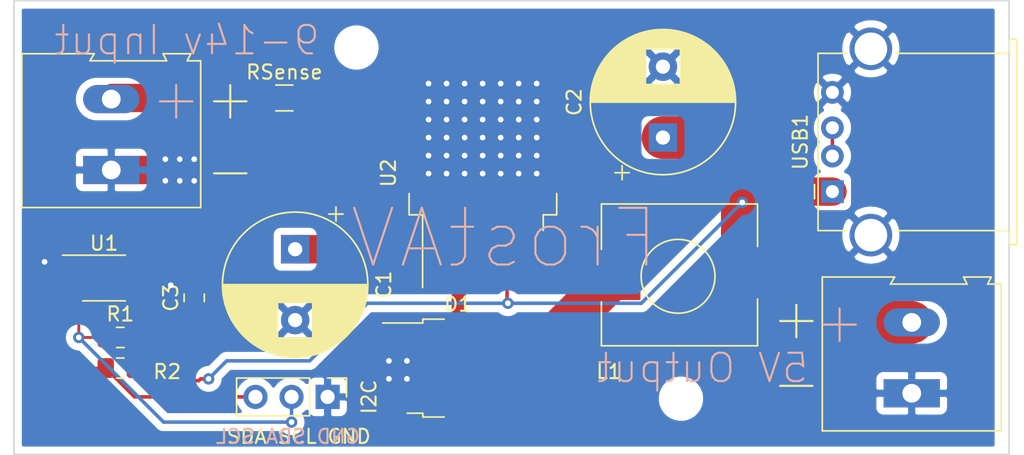
<source format=kicad_pcb>
(kicad_pcb (version 20171130) (host pcbnew 5.1.4-e60b266~84~ubuntu18.04.1)

  (general
    (thickness 1.6)
    (drawings 15)
    (tracks 156)
    (zones 0)
    (modules 16)
    (nets 6)
  )

  (page A)
  (layers
    (0 F.Cu signal)
    (31 B.Cu signal)
    (32 B.Adhes user)
    (33 F.Adhes user)
    (34 B.Paste user)
    (35 F.Paste user)
    (36 B.SilkS user)
    (37 F.SilkS user)
    (38 B.Mask user)
    (39 F.Mask user)
    (40 Dwgs.User user)
    (41 Cmts.User user)
    (42 Eco1.User user)
    (43 Eco2.User user)
    (44 Edge.Cuts user)
    (45 Margin user)
    (46 B.CrtYd user)
    (47 F.CrtYd user)
    (48 B.Fab user)
    (49 F.Fab user hide)
  )

  (setup
    (last_trace_width 0.25)
    (user_trace_width 0.2)
    (user_trace_width 1)
    (user_trace_width 1.5)
    (user_trace_width 2)
    (user_trace_width 3)
    (trace_clearance 0.2)
    (zone_clearance 0.508)
    (zone_45_only no)
    (trace_min 0.2)
    (via_size 0.8)
    (via_drill 0.4)
    (via_min_size 0.4)
    (via_min_drill 0.3)
    (uvia_size 0.3)
    (uvia_drill 0.1)
    (uvias_allowed no)
    (uvia_min_size 0.2)
    (uvia_min_drill 0.1)
    (edge_width 0.05)
    (segment_width 0.2)
    (pcb_text_width 0.3)
    (pcb_text_size 1.5 1.5)
    (mod_edge_width 0.12)
    (mod_text_size 1 1)
    (mod_text_width 0.15)
    (pad_size 1.6 1.6)
    (pad_drill 0.92)
    (pad_to_mask_clearance 0.051)
    (solder_mask_min_width 0.25)
    (aux_axis_origin 0 0)
    (visible_elements 7FFFFFFF)
    (pcbplotparams
      (layerselection 0x010fc_ffffffff)
      (usegerberextensions false)
      (usegerberattributes false)
      (usegerberadvancedattributes false)
      (creategerberjobfile false)
      (excludeedgelayer true)
      (linewidth 0.100000)
      (plotframeref false)
      (viasonmask false)
      (mode 1)
      (useauxorigin false)
      (hpglpennumber 1)
      (hpglpenspeed 20)
      (hpglpendiameter 15.000000)
      (psnegative false)
      (psa4output false)
      (plotreference true)
      (plotvalue true)
      (plotinvisibletext false)
      (padsonsilk false)
      (subtractmaskfromsilk false)
      (outputformat 1)
      (mirror false)
      (drillshape 1)
      (scaleselection 1)
      (outputdirectory ""))
  )

  (net 0 "")
  (net 1 B-)
  (net 2 SDA)
  (net 3 SCL)
  (net 4 5V)
  (net 5 B+)

  (net_class Default "This is the default net class."
    (clearance 0.2)
    (trace_width 0.25)
    (via_dia 0.8)
    (via_drill 0.4)
    (uvia_dia 0.3)
    (uvia_drill 0.1)
    (add_net 5V)
    (add_net B+)
    (add_net B-)
    (add_net SCL)
    (add_net SDA)
  )

  (module MountingHole:MountingHole_2.1mm (layer F.Cu) (tedit 5B924765) (tstamp 5DB895DB)
    (at 43.18 21.59)
    (descr "Mounting Hole 2.1mm, no annular")
    (tags "mounting hole 2.1mm no annular")
    (attr virtual)
    (fp_text reference REF** (at 0 -3.2) (layer F.SilkS) hide
      (effects (font (size 1 1) (thickness 0.15)))
    )
    (fp_text value MountingHole_2.1mm (at 0 3.2) (layer F.Fab)
      (effects (font (size 1 1) (thickness 0.15)))
    )
    (fp_circle (center 0 0) (end 2.35 0) (layer F.CrtYd) (width 0.05))
    (fp_circle (center 0 0) (end 2.1 0) (layer Cmts.User) (width 0.15))
    (fp_text user %R (at 0.3 0) (layer F.Fab)
      (effects (font (size 1 1) (thickness 0.15)))
    )
    (pad "" np_thru_hole circle (at 0 0) (size 2.1 2.1) (drill 2.1) (layers *.Cu *.Mask))
  )

  (module MountingHole:MountingHole_2.1mm (layer F.Cu) (tedit 5B924765) (tstamp 5DB89578)
    (at 66.04 46.355)
    (descr "Mounting Hole 2.1mm, no annular")
    (tags "mounting hole 2.1mm no annular")
    (attr virtual)
    (fp_text reference REF** (at 0 -3.2) (layer F.SilkS) hide
      (effects (font (size 1 1) (thickness 0.15)))
    )
    (fp_text value MountingHole_2.1mm (at 0 3.2) (layer F.Fab)
      (effects (font (size 1 1) (thickness 0.15)))
    )
    (fp_circle (center 0 0) (end 2.35 0) (layer F.CrtYd) (width 0.05))
    (fp_circle (center 0 0) (end 2.1 0) (layer Cmts.User) (width 0.15))
    (fp_text user %R (at 0.3 0) (layer F.Fab)
      (effects (font (size 1 1) (thickness 0.15)))
    )
    (pad "" np_thru_hole circle (at 0 0) (size 2.1 2.1) (drill 2.1) (layers *.Cu *.Mask))
  )

  (module Capacitor_THT:CP_Radial_D10.0mm_P5.00mm (layer F.Cu) (tedit 5DBB20E0) (tstamp 5DB23C02)
    (at 38.862 35.814 270)
    (descr "CP, Radial series, Radial, pin pitch=5.00mm, , diameter=10mm, Electrolytic Capacitor")
    (tags "CP Radial series Radial pin pitch 5.00mm  diameter 10mm Electrolytic Capacitor")
    (fp_text reference C1 (at 2.5 -6.25 90) (layer F.SilkS)
      (effects (font (size 1 1) (thickness 0.15)))
    )
    (fp_text value CP_Radial_D10.0mm_P5.00mm (at 2.5 6.25 90) (layer F.Fab)
      (effects (font (size 1 1) (thickness 0.15)))
    )
    (fp_text user %R (at 2.5 0 90) (layer F.Fab)
      (effects (font (size 1 1) (thickness 0.15)))
    )
    (fp_line (start -2.479646 -3.375) (end -2.479646 -2.375) (layer F.SilkS) (width 0.12))
    (fp_line (start -2.979646 -2.875) (end -1.979646 -2.875) (layer F.SilkS) (width 0.12))
    (fp_line (start 7.581 -0.599) (end 7.581 0.599) (layer F.SilkS) (width 0.12))
    (fp_line (start 7.541 -0.862) (end 7.541 0.862) (layer F.SilkS) (width 0.12))
    (fp_line (start 7.501 -1.062) (end 7.501 1.062) (layer F.SilkS) (width 0.12))
    (fp_line (start 7.461 -1.23) (end 7.461 1.23) (layer F.SilkS) (width 0.12))
    (fp_line (start 7.421 -1.378) (end 7.421 1.378) (layer F.SilkS) (width 0.12))
    (fp_line (start 7.381 -1.51) (end 7.381 1.51) (layer F.SilkS) (width 0.12))
    (fp_line (start 7.341 -1.63) (end 7.341 1.63) (layer F.SilkS) (width 0.12))
    (fp_line (start 7.301 -1.742) (end 7.301 1.742) (layer F.SilkS) (width 0.12))
    (fp_line (start 7.261 -1.846) (end 7.261 1.846) (layer F.SilkS) (width 0.12))
    (fp_line (start 7.221 -1.944) (end 7.221 1.944) (layer F.SilkS) (width 0.12))
    (fp_line (start 7.181 -2.037) (end 7.181 2.037) (layer F.SilkS) (width 0.12))
    (fp_line (start 7.141 -2.125) (end 7.141 2.125) (layer F.SilkS) (width 0.12))
    (fp_line (start 7.101 -2.209) (end 7.101 2.209) (layer F.SilkS) (width 0.12))
    (fp_line (start 7.061 -2.289) (end 7.061 2.289) (layer F.SilkS) (width 0.12))
    (fp_line (start 7.021 -2.365) (end 7.021 2.365) (layer F.SilkS) (width 0.12))
    (fp_line (start 6.981 -2.439) (end 6.981 2.439) (layer F.SilkS) (width 0.12))
    (fp_line (start 6.941 -2.51) (end 6.941 2.51) (layer F.SilkS) (width 0.12))
    (fp_line (start 6.901 -2.579) (end 6.901 2.579) (layer F.SilkS) (width 0.12))
    (fp_line (start 6.861 -2.645) (end 6.861 2.645) (layer F.SilkS) (width 0.12))
    (fp_line (start 6.821 -2.709) (end 6.821 2.709) (layer F.SilkS) (width 0.12))
    (fp_line (start 6.781 -2.77) (end 6.781 2.77) (layer F.SilkS) (width 0.12))
    (fp_line (start 6.741 -2.83) (end 6.741 2.83) (layer F.SilkS) (width 0.12))
    (fp_line (start 6.701 -2.889) (end 6.701 2.889) (layer F.SilkS) (width 0.12))
    (fp_line (start 6.661 -2.945) (end 6.661 2.945) (layer F.SilkS) (width 0.12))
    (fp_line (start 6.621 -3) (end 6.621 3) (layer F.SilkS) (width 0.12))
    (fp_line (start 6.581 -3.054) (end 6.581 3.054) (layer F.SilkS) (width 0.12))
    (fp_line (start 6.541 -3.106) (end 6.541 3.106) (layer F.SilkS) (width 0.12))
    (fp_line (start 6.501 -3.156) (end 6.501 3.156) (layer F.SilkS) (width 0.12))
    (fp_line (start 6.461 -3.206) (end 6.461 3.206) (layer F.SilkS) (width 0.12))
    (fp_line (start 6.421 -3.254) (end 6.421 3.254) (layer F.SilkS) (width 0.12))
    (fp_line (start 6.381 -3.301) (end 6.381 3.301) (layer F.SilkS) (width 0.12))
    (fp_line (start 6.341 -3.347) (end 6.341 3.347) (layer F.SilkS) (width 0.12))
    (fp_line (start 6.301 -3.392) (end 6.301 3.392) (layer F.SilkS) (width 0.12))
    (fp_line (start 6.261 -3.436) (end 6.261 3.436) (layer F.SilkS) (width 0.12))
    (fp_line (start 6.221 1.241) (end 6.221 3.478) (layer F.SilkS) (width 0.12))
    (fp_line (start 6.221 -3.478) (end 6.221 -1.241) (layer F.SilkS) (width 0.12))
    (fp_line (start 6.181 1.241) (end 6.181 3.52) (layer F.SilkS) (width 0.12))
    (fp_line (start 6.181 -3.52) (end 6.181 -1.241) (layer F.SilkS) (width 0.12))
    (fp_line (start 6.141 1.241) (end 6.141 3.561) (layer F.SilkS) (width 0.12))
    (fp_line (start 6.141 -3.561) (end 6.141 -1.241) (layer F.SilkS) (width 0.12))
    (fp_line (start 6.101 1.241) (end 6.101 3.601) (layer F.SilkS) (width 0.12))
    (fp_line (start 6.101 -3.601) (end 6.101 -1.241) (layer F.SilkS) (width 0.12))
    (fp_line (start 6.061 1.241) (end 6.061 3.64) (layer F.SilkS) (width 0.12))
    (fp_line (start 6.061 -3.64) (end 6.061 -1.241) (layer F.SilkS) (width 0.12))
    (fp_line (start 6.021 1.241) (end 6.021 3.679) (layer F.SilkS) (width 0.12))
    (fp_line (start 6.021 -3.679) (end 6.021 -1.241) (layer F.SilkS) (width 0.12))
    (fp_line (start 5.981 1.241) (end 5.981 3.716) (layer F.SilkS) (width 0.12))
    (fp_line (start 5.981 -3.716) (end 5.981 -1.241) (layer F.SilkS) (width 0.12))
    (fp_line (start 5.941 1.241) (end 5.941 3.753) (layer F.SilkS) (width 0.12))
    (fp_line (start 5.941 -3.753) (end 5.941 -1.241) (layer F.SilkS) (width 0.12))
    (fp_line (start 5.901 1.241) (end 5.901 3.789) (layer F.SilkS) (width 0.12))
    (fp_line (start 5.901 -3.789) (end 5.901 -1.241) (layer F.SilkS) (width 0.12))
    (fp_line (start 5.861 1.241) (end 5.861 3.824) (layer F.SilkS) (width 0.12))
    (fp_line (start 5.861 -3.824) (end 5.861 -1.241) (layer F.SilkS) (width 0.12))
    (fp_line (start 5.821 1.241) (end 5.821 3.858) (layer F.SilkS) (width 0.12))
    (fp_line (start 5.821 -3.858) (end 5.821 -1.241) (layer F.SilkS) (width 0.12))
    (fp_line (start 5.781 1.241) (end 5.781 3.892) (layer F.SilkS) (width 0.12))
    (fp_line (start 5.781 -3.892) (end 5.781 -1.241) (layer F.SilkS) (width 0.12))
    (fp_line (start 5.741 1.241) (end 5.741 3.925) (layer F.SilkS) (width 0.12))
    (fp_line (start 5.741 -3.925) (end 5.741 -1.241) (layer F.SilkS) (width 0.12))
    (fp_line (start 5.701 1.241) (end 5.701 3.957) (layer F.SilkS) (width 0.12))
    (fp_line (start 5.701 -3.957) (end 5.701 -1.241) (layer F.SilkS) (width 0.12))
    (fp_line (start 5.661 1.241) (end 5.661 3.989) (layer F.SilkS) (width 0.12))
    (fp_line (start 5.661 -3.989) (end 5.661 -1.241) (layer F.SilkS) (width 0.12))
    (fp_line (start 5.621 1.241) (end 5.621 4.02) (layer F.SilkS) (width 0.12))
    (fp_line (start 5.621 -4.02) (end 5.621 -1.241) (layer F.SilkS) (width 0.12))
    (fp_line (start 5.581 1.241) (end 5.581 4.05) (layer F.SilkS) (width 0.12))
    (fp_line (start 5.581 -4.05) (end 5.581 -1.241) (layer F.SilkS) (width 0.12))
    (fp_line (start 5.541 1.241) (end 5.541 4.08) (layer F.SilkS) (width 0.12))
    (fp_line (start 5.541 -4.08) (end 5.541 -1.241) (layer F.SilkS) (width 0.12))
    (fp_line (start 5.501 1.241) (end 5.501 4.11) (layer F.SilkS) (width 0.12))
    (fp_line (start 5.501 -4.11) (end 5.501 -1.241) (layer F.SilkS) (width 0.12))
    (fp_line (start 5.461 1.241) (end 5.461 4.138) (layer F.SilkS) (width 0.12))
    (fp_line (start 5.461 -4.138) (end 5.461 -1.241) (layer F.SilkS) (width 0.12))
    (fp_line (start 5.421 1.241) (end 5.421 4.166) (layer F.SilkS) (width 0.12))
    (fp_line (start 5.421 -4.166) (end 5.421 -1.241) (layer F.SilkS) (width 0.12))
    (fp_line (start 5.381 1.241) (end 5.381 4.194) (layer F.SilkS) (width 0.12))
    (fp_line (start 5.381 -4.194) (end 5.381 -1.241) (layer F.SilkS) (width 0.12))
    (fp_line (start 5.341 1.241) (end 5.341 4.221) (layer F.SilkS) (width 0.12))
    (fp_line (start 5.341 -4.221) (end 5.341 -1.241) (layer F.SilkS) (width 0.12))
    (fp_line (start 5.301 1.241) (end 5.301 4.247) (layer F.SilkS) (width 0.12))
    (fp_line (start 5.301 -4.247) (end 5.301 -1.241) (layer F.SilkS) (width 0.12))
    (fp_line (start 5.261 1.241) (end 5.261 4.273) (layer F.SilkS) (width 0.12))
    (fp_line (start 5.261 -4.273) (end 5.261 -1.241) (layer F.SilkS) (width 0.12))
    (fp_line (start 5.221 1.241) (end 5.221 4.298) (layer F.SilkS) (width 0.12))
    (fp_line (start 5.221 -4.298) (end 5.221 -1.241) (layer F.SilkS) (width 0.12))
    (fp_line (start 5.181 1.241) (end 5.181 4.323) (layer F.SilkS) (width 0.12))
    (fp_line (start 5.181 -4.323) (end 5.181 -1.241) (layer F.SilkS) (width 0.12))
    (fp_line (start 5.141 1.241) (end 5.141 4.347) (layer F.SilkS) (width 0.12))
    (fp_line (start 5.141 -4.347) (end 5.141 -1.241) (layer F.SilkS) (width 0.12))
    (fp_line (start 5.101 1.241) (end 5.101 4.371) (layer F.SilkS) (width 0.12))
    (fp_line (start 5.101 -4.371) (end 5.101 -1.241) (layer F.SilkS) (width 0.12))
    (fp_line (start 5.061 1.241) (end 5.061 4.395) (layer F.SilkS) (width 0.12))
    (fp_line (start 5.061 -4.395) (end 5.061 -1.241) (layer F.SilkS) (width 0.12))
    (fp_line (start 5.021 1.241) (end 5.021 4.417) (layer F.SilkS) (width 0.12))
    (fp_line (start 5.021 -4.417) (end 5.021 -1.241) (layer F.SilkS) (width 0.12))
    (fp_line (start 4.981 1.241) (end 4.981 4.44) (layer F.SilkS) (width 0.12))
    (fp_line (start 4.981 -4.44) (end 4.981 -1.241) (layer F.SilkS) (width 0.12))
    (fp_line (start 4.941 1.241) (end 4.941 4.462) (layer F.SilkS) (width 0.12))
    (fp_line (start 4.941 -4.462) (end 4.941 -1.241) (layer F.SilkS) (width 0.12))
    (fp_line (start 4.901 1.241) (end 4.901 4.483) (layer F.SilkS) (width 0.12))
    (fp_line (start 4.901 -4.483) (end 4.901 -1.241) (layer F.SilkS) (width 0.12))
    (fp_line (start 4.861 1.241) (end 4.861 4.504) (layer F.SilkS) (width 0.12))
    (fp_line (start 4.861 -4.504) (end 4.861 -1.241) (layer F.SilkS) (width 0.12))
    (fp_line (start 4.821 1.241) (end 4.821 4.525) (layer F.SilkS) (width 0.12))
    (fp_line (start 4.821 -4.525) (end 4.821 -1.241) (layer F.SilkS) (width 0.12))
    (fp_line (start 4.781 1.241) (end 4.781 4.545) (layer F.SilkS) (width 0.12))
    (fp_line (start 4.781 -4.545) (end 4.781 -1.241) (layer F.SilkS) (width 0.12))
    (fp_line (start 4.741 1.241) (end 4.741 4.564) (layer F.SilkS) (width 0.12))
    (fp_line (start 4.741 -4.564) (end 4.741 -1.241) (layer F.SilkS) (width 0.12))
    (fp_line (start 4.701 1.241) (end 4.701 4.584) (layer F.SilkS) (width 0.12))
    (fp_line (start 4.701 -4.584) (end 4.701 -1.241) (layer F.SilkS) (width 0.12))
    (fp_line (start 4.661 1.241) (end 4.661 4.603) (layer F.SilkS) (width 0.12))
    (fp_line (start 4.661 -4.603) (end 4.661 -1.241) (layer F.SilkS) (width 0.12))
    (fp_line (start 4.621 1.241) (end 4.621 4.621) (layer F.SilkS) (width 0.12))
    (fp_line (start 4.621 -4.621) (end 4.621 -1.241) (layer F.SilkS) (width 0.12))
    (fp_line (start 4.581 1.241) (end 4.581 4.639) (layer F.SilkS) (width 0.12))
    (fp_line (start 4.581 -4.639) (end 4.581 -1.241) (layer F.SilkS) (width 0.12))
    (fp_line (start 4.541 1.241) (end 4.541 4.657) (layer F.SilkS) (width 0.12))
    (fp_line (start 4.541 -4.657) (end 4.541 -1.241) (layer F.SilkS) (width 0.12))
    (fp_line (start 4.501 1.241) (end 4.501 4.674) (layer F.SilkS) (width 0.12))
    (fp_line (start 4.501 -4.674) (end 4.501 -1.241) (layer F.SilkS) (width 0.12))
    (fp_line (start 4.461 1.241) (end 4.461 4.69) (layer F.SilkS) (width 0.12))
    (fp_line (start 4.461 -4.69) (end 4.461 -1.241) (layer F.SilkS) (width 0.12))
    (fp_line (start 4.421 1.241) (end 4.421 4.707) (layer F.SilkS) (width 0.12))
    (fp_line (start 4.421 -4.707) (end 4.421 -1.241) (layer F.SilkS) (width 0.12))
    (fp_line (start 4.381 1.241) (end 4.381 4.723) (layer F.SilkS) (width 0.12))
    (fp_line (start 4.381 -4.723) (end 4.381 -1.241) (layer F.SilkS) (width 0.12))
    (fp_line (start 4.341 1.241) (end 4.341 4.738) (layer F.SilkS) (width 0.12))
    (fp_line (start 4.341 -4.738) (end 4.341 -1.241) (layer F.SilkS) (width 0.12))
    (fp_line (start 4.301 1.241) (end 4.301 4.754) (layer F.SilkS) (width 0.12))
    (fp_line (start 4.301 -4.754) (end 4.301 -1.241) (layer F.SilkS) (width 0.12))
    (fp_line (start 4.261 1.241) (end 4.261 4.768) (layer F.SilkS) (width 0.12))
    (fp_line (start 4.261 -4.768) (end 4.261 -1.241) (layer F.SilkS) (width 0.12))
    (fp_line (start 4.221 1.241) (end 4.221 4.783) (layer F.SilkS) (width 0.12))
    (fp_line (start 4.221 -4.783) (end 4.221 -1.241) (layer F.SilkS) (width 0.12))
    (fp_line (start 4.181 1.241) (end 4.181 4.797) (layer F.SilkS) (width 0.12))
    (fp_line (start 4.181 -4.797) (end 4.181 -1.241) (layer F.SilkS) (width 0.12))
    (fp_line (start 4.141 1.241) (end 4.141 4.811) (layer F.SilkS) (width 0.12))
    (fp_line (start 4.141 -4.811) (end 4.141 -1.241) (layer F.SilkS) (width 0.12))
    (fp_line (start 4.101 1.241) (end 4.101 4.824) (layer F.SilkS) (width 0.12))
    (fp_line (start 4.101 -4.824) (end 4.101 -1.241) (layer F.SilkS) (width 0.12))
    (fp_line (start 4.061 1.241) (end 4.061 4.837) (layer F.SilkS) (width 0.12))
    (fp_line (start 4.061 -4.837) (end 4.061 -1.241) (layer F.SilkS) (width 0.12))
    (fp_line (start 4.021 1.241) (end 4.021 4.85) (layer F.SilkS) (width 0.12))
    (fp_line (start 4.021 -4.85) (end 4.021 -1.241) (layer F.SilkS) (width 0.12))
    (fp_line (start 3.981 1.241) (end 3.981 4.862) (layer F.SilkS) (width 0.12))
    (fp_line (start 3.981 -4.862) (end 3.981 -1.241) (layer F.SilkS) (width 0.12))
    (fp_line (start 3.941 1.241) (end 3.941 4.874) (layer F.SilkS) (width 0.12))
    (fp_line (start 3.941 -4.874) (end 3.941 -1.241) (layer F.SilkS) (width 0.12))
    (fp_line (start 3.901 1.241) (end 3.901 4.885) (layer F.SilkS) (width 0.12))
    (fp_line (start 3.901 -4.885) (end 3.901 -1.241) (layer F.SilkS) (width 0.12))
    (fp_line (start 3.861 1.241) (end 3.861 4.897) (layer F.SilkS) (width 0.12))
    (fp_line (start 3.861 -4.897) (end 3.861 -1.241) (layer F.SilkS) (width 0.12))
    (fp_line (start 3.821 1.241) (end 3.821 4.907) (layer F.SilkS) (width 0.12))
    (fp_line (start 3.821 -4.907) (end 3.821 -1.241) (layer F.SilkS) (width 0.12))
    (fp_line (start 3.781 1.241) (end 3.781 4.918) (layer F.SilkS) (width 0.12))
    (fp_line (start 3.781 -4.918) (end 3.781 -1.241) (layer F.SilkS) (width 0.12))
    (fp_line (start 3.741 -4.928) (end 3.741 4.928) (layer F.SilkS) (width 0.12))
    (fp_line (start 3.701 -4.938) (end 3.701 4.938) (layer F.SilkS) (width 0.12))
    (fp_line (start 3.661 -4.947) (end 3.661 4.947) (layer F.SilkS) (width 0.12))
    (fp_line (start 3.621 -4.956) (end 3.621 4.956) (layer F.SilkS) (width 0.12))
    (fp_line (start 3.581 -4.965) (end 3.581 4.965) (layer F.SilkS) (width 0.12))
    (fp_line (start 3.541 -4.974) (end 3.541 4.974) (layer F.SilkS) (width 0.12))
    (fp_line (start 3.501 -4.982) (end 3.501 4.982) (layer F.SilkS) (width 0.12))
    (fp_line (start 3.461 -4.99) (end 3.461 4.99) (layer F.SilkS) (width 0.12))
    (fp_line (start 3.421 -4.997) (end 3.421 4.997) (layer F.SilkS) (width 0.12))
    (fp_line (start 3.381 -5.004) (end 3.381 5.004) (layer F.SilkS) (width 0.12))
    (fp_line (start 3.341 -5.011) (end 3.341 5.011) (layer F.SilkS) (width 0.12))
    (fp_line (start 3.301 -5.018) (end 3.301 5.018) (layer F.SilkS) (width 0.12))
    (fp_line (start 3.261 -5.024) (end 3.261 5.024) (layer F.SilkS) (width 0.12))
    (fp_line (start 3.221 -5.03) (end 3.221 5.03) (layer F.SilkS) (width 0.12))
    (fp_line (start 3.18 -5.035) (end 3.18 5.035) (layer F.SilkS) (width 0.12))
    (fp_line (start 3.14 -5.04) (end 3.14 5.04) (layer F.SilkS) (width 0.12))
    (fp_line (start 3.1 -5.045) (end 3.1 5.045) (layer F.SilkS) (width 0.12))
    (fp_line (start 3.06 -5.05) (end 3.06 5.05) (layer F.SilkS) (width 0.12))
    (fp_line (start 3.02 -5.054) (end 3.02 5.054) (layer F.SilkS) (width 0.12))
    (fp_line (start 2.98 -5.058) (end 2.98 5.058) (layer F.SilkS) (width 0.12))
    (fp_line (start 2.94 -5.062) (end 2.94 5.062) (layer F.SilkS) (width 0.12))
    (fp_line (start 2.9 -5.065) (end 2.9 5.065) (layer F.SilkS) (width 0.12))
    (fp_line (start 2.86 -5.068) (end 2.86 5.068) (layer F.SilkS) (width 0.12))
    (fp_line (start 2.82 -5.07) (end 2.82 5.07) (layer F.SilkS) (width 0.12))
    (fp_line (start 2.78 -5.073) (end 2.78 5.073) (layer F.SilkS) (width 0.12))
    (fp_line (start 2.74 -5.075) (end 2.74 5.075) (layer F.SilkS) (width 0.12))
    (fp_line (start 2.7 -5.077) (end 2.7 5.077) (layer F.SilkS) (width 0.12))
    (fp_line (start 2.66 -5.078) (end 2.66 5.078) (layer F.SilkS) (width 0.12))
    (fp_line (start 2.62 -5.079) (end 2.62 5.079) (layer F.SilkS) (width 0.12))
    (fp_line (start 2.58 -5.08) (end 2.58 5.08) (layer F.SilkS) (width 0.12))
    (fp_line (start 2.54 -5.08) (end 2.54 5.08) (layer F.SilkS) (width 0.12))
    (fp_line (start 2.5 -5.08) (end 2.5 5.08) (layer F.SilkS) (width 0.12))
    (fp_line (start -1.288861 -2.6875) (end -1.288861 -1.6875) (layer F.Fab) (width 0.1))
    (fp_line (start -1.788861 -2.1875) (end -0.788861 -2.1875) (layer F.Fab) (width 0.1))
    (fp_circle (center 2.5 0) (end 7.75 0) (layer F.CrtYd) (width 0.05))
    (fp_circle (center 2.5 0) (end 7.62 0) (layer F.SilkS) (width 0.12))
    (fp_circle (center 2.5 0) (end 7.5 0) (layer F.Fab) (width 0.1))
    (pad 2 thru_hole circle (at 5 0 270) (size 2 2) (drill 1) (layers *.Cu *.Mask)
      (net 1 B-))
    (pad 1 thru_hole rect (at 0 0 270) (size 2 2) (drill 1) (layers *.Cu *.Mask)
      (net 5 B+))
    (model ${KISYS3DMOD}/Capacitor_THT.3dshapes/CP_Radial_D10.0mm_P5.00mm.wrl
      (at (xyz 0 0 0))
      (scale (xyz 1 1 1))
      (rotate (xyz 0 0 0))
    )
  )

  (module TerminalBlock:TerminalBlock_Altech_AK300-2_P5.00mm (layer F.Cu) (tedit 5DAF6166) (tstamp 5DB03793)
    (at 82.296 45.974 90)
    (descr "Altech AK300 terminal block, pitch 5.0mm, 45 degree angled, see http://www.mouser.com/ds/2/16/PCBMETRC-24178.pdf")
    (tags "Altech AK300 terminal block pitch 5.0mm")
    (fp_text reference "" (at -1.92 -6.99 90) (layer F.SilkS)
      (effects (font (size 1 1) (thickness 0.15)))
    )
    (fp_text value TerminalBlock_Altech_AK300-2_P5.00mm (at 2.78 7.75 90) (layer F.Fab)
      (effects (font (size 1 1) (thickness 0.15)))
    )
    (fp_text user %R (at 2.5 -2 90) (layer F.Fab)
      (effects (font (size 1 1) (thickness 0.15)))
    )
    (fp_line (start -2.65 -6.3) (end -2.65 6.3) (layer F.SilkS) (width 0.12))
    (fp_line (start -2.65 6.3) (end 7.7 6.3) (layer F.SilkS) (width 0.12))
    (fp_line (start 7.7 6.3) (end 7.7 5.35) (layer F.SilkS) (width 0.12))
    (fp_line (start 7.7 5.35) (end 8.2 5.6) (layer F.SilkS) (width 0.12))
    (fp_line (start 8.2 5.6) (end 8.2 3.7) (layer F.SilkS) (width 0.12))
    (fp_line (start 8.2 3.7) (end 8.2 3.65) (layer F.SilkS) (width 0.12))
    (fp_line (start 8.2 3.65) (end 7.7 3.9) (layer F.SilkS) (width 0.12))
    (fp_line (start 7.7 3.9) (end 7.7 -1.5) (layer F.SilkS) (width 0.12))
    (fp_line (start 7.7 -1.5) (end 8.2 -1.2) (layer F.SilkS) (width 0.12))
    (fp_line (start 8.2 -1.2) (end 8.2 -6.3) (layer F.SilkS) (width 0.12))
    (fp_line (start 8.2 -6.3) (end -2.65 -6.3) (layer F.SilkS) (width 0.12))
    (fp_line (start -1.26 2.54) (end 1.28 2.54) (layer F.Fab) (width 0.1))
    (fp_line (start 1.28 2.54) (end 1.28 -0.25) (layer F.Fab) (width 0.1))
    (fp_line (start -1.26 -0.25) (end 1.28 -0.25) (layer F.Fab) (width 0.1))
    (fp_line (start -1.26 2.54) (end -1.26 -0.25) (layer F.Fab) (width 0.1))
    (fp_line (start 3.74 2.54) (end 6.28 2.54) (layer F.Fab) (width 0.1))
    (fp_line (start 6.28 2.54) (end 6.28 -0.25) (layer F.Fab) (width 0.1))
    (fp_line (start 3.74 -0.25) (end 6.28 -0.25) (layer F.Fab) (width 0.1))
    (fp_line (start 3.74 2.54) (end 3.74 -0.25) (layer F.Fab) (width 0.1))
    (fp_line (start 7.61 -6.22) (end 7.61 -3.17) (layer F.Fab) (width 0.1))
    (fp_line (start 7.61 -6.22) (end -2.58 -6.22) (layer F.Fab) (width 0.1))
    (fp_line (start 7.61 -6.22) (end 8.11 -6.22) (layer F.Fab) (width 0.1))
    (fp_line (start 8.11 -6.22) (end 8.11 -1.4) (layer F.Fab) (width 0.1))
    (fp_line (start 8.11 -1.4) (end 7.61 -1.65) (layer F.Fab) (width 0.1))
    (fp_line (start 8.11 5.46) (end 7.61 5.21) (layer F.Fab) (width 0.1))
    (fp_line (start 7.61 5.21) (end 7.61 6.22) (layer F.Fab) (width 0.1))
    (fp_line (start 8.11 3.81) (end 7.61 4.06) (layer F.Fab) (width 0.1))
    (fp_line (start 7.61 4.06) (end 7.61 5.21) (layer F.Fab) (width 0.1))
    (fp_line (start 8.11 3.81) (end 8.11 5.46) (layer F.Fab) (width 0.1))
    (fp_line (start 2.98 6.22) (end 2.98 4.32) (layer F.Fab) (width 0.1))
    (fp_line (start 7.05 -0.25) (end 7.05 4.32) (layer F.Fab) (width 0.1))
    (fp_line (start 2.98 6.22) (end 7.05 6.22) (layer F.Fab) (width 0.1))
    (fp_line (start 7.05 6.22) (end 7.61 6.22) (layer F.Fab) (width 0.1))
    (fp_line (start 2.04 6.22) (end 2.04 4.32) (layer F.Fab) (width 0.1))
    (fp_line (start 2.04 6.22) (end 2.98 6.22) (layer F.Fab) (width 0.1))
    (fp_line (start -2.02 -0.25) (end -2.02 4.32) (layer F.Fab) (width 0.1))
    (fp_line (start -2.58 6.22) (end -2.02 6.22) (layer F.Fab) (width 0.1))
    (fp_line (start -2.02 6.22) (end 2.04 6.22) (layer F.Fab) (width 0.1))
    (fp_line (start 2.98 4.32) (end 7.05 4.32) (layer F.Fab) (width 0.1))
    (fp_line (start 2.98 4.32) (end 2.98 -0.25) (layer F.Fab) (width 0.1))
    (fp_line (start 7.05 4.32) (end 7.05 6.22) (layer F.Fab) (width 0.1))
    (fp_line (start 2.04 4.32) (end -2.02 4.32) (layer F.Fab) (width 0.1))
    (fp_line (start 2.04 4.32) (end 2.04 -0.25) (layer F.Fab) (width 0.1))
    (fp_line (start -2.02 4.32) (end -2.02 6.22) (layer F.Fab) (width 0.1))
    (fp_line (start 6.67 3.68) (end 6.67 0.51) (layer F.Fab) (width 0.1))
    (fp_line (start 6.67 3.68) (end 3.36 3.68) (layer F.Fab) (width 0.1))
    (fp_line (start 3.36 3.68) (end 3.36 0.51) (layer F.Fab) (width 0.1))
    (fp_line (start 1.66 3.68) (end 1.66 0.51) (layer F.Fab) (width 0.1))
    (fp_line (start 1.66 3.68) (end -1.64 3.68) (layer F.Fab) (width 0.1))
    (fp_line (start -1.64 3.68) (end -1.64 0.51) (layer F.Fab) (width 0.1))
    (fp_line (start -1.64 0.51) (end -1.26 0.51) (layer F.Fab) (width 0.1))
    (fp_line (start 1.66 0.51) (end 1.28 0.51) (layer F.Fab) (width 0.1))
    (fp_line (start 3.36 0.51) (end 3.74 0.51) (layer F.Fab) (width 0.1))
    (fp_line (start 6.67 0.51) (end 6.28 0.51) (layer F.Fab) (width 0.1))
    (fp_line (start -2.58 6.22) (end -2.58 -0.64) (layer F.Fab) (width 0.1))
    (fp_line (start -2.58 -0.64) (end -2.58 -3.17) (layer F.Fab) (width 0.1))
    (fp_line (start 7.61 -1.65) (end 7.61 -0.64) (layer F.Fab) (width 0.1))
    (fp_line (start 7.61 -0.64) (end 7.61 4.06) (layer F.Fab) (width 0.1))
    (fp_line (start -2.58 -3.17) (end 7.61 -3.17) (layer F.Fab) (width 0.1))
    (fp_line (start -2.58 -3.17) (end -2.58 -6.22) (layer F.Fab) (width 0.1))
    (fp_line (start 7.61 -3.17) (end 7.61 -1.65) (layer F.Fab) (width 0.1))
    (fp_line (start 2.98 -3.43) (end 2.98 -5.97) (layer F.Fab) (width 0.1))
    (fp_line (start 2.98 -5.97) (end 7.05 -5.97) (layer F.Fab) (width 0.1))
    (fp_line (start 7.05 -5.97) (end 7.05 -3.43) (layer F.Fab) (width 0.1))
    (fp_line (start 7.05 -3.43) (end 2.98 -3.43) (layer F.Fab) (width 0.1))
    (fp_line (start 2.04 -3.43) (end 2.04 -5.97) (layer F.Fab) (width 0.1))
    (fp_line (start 2.04 -3.43) (end -2.02 -3.43) (layer F.Fab) (width 0.1))
    (fp_line (start -2.02 -3.43) (end -2.02 -5.97) (layer F.Fab) (width 0.1))
    (fp_line (start 2.04 -5.97) (end -2.02 -5.97) (layer F.Fab) (width 0.1))
    (fp_line (start 3.39 -4.45) (end 6.44 -5.08) (layer F.Fab) (width 0.1))
    (fp_line (start 3.52 -4.32) (end 6.56 -4.95) (layer F.Fab) (width 0.1))
    (fp_line (start -1.62 -4.45) (end 1.44 -5.08) (layer F.Fab) (width 0.1))
    (fp_line (start -1.49 -4.32) (end 1.56 -4.95) (layer F.Fab) (width 0.1))
    (fp_line (start -2.02 -0.25) (end -1.64 -0.25) (layer F.Fab) (width 0.1))
    (fp_line (start 2.04 -0.25) (end 1.66 -0.25) (layer F.Fab) (width 0.1))
    (fp_line (start 1.66 -0.25) (end -1.64 -0.25) (layer F.Fab) (width 0.1))
    (fp_line (start -2.58 -0.64) (end -1.64 -0.64) (layer F.Fab) (width 0.1))
    (fp_line (start -1.64 -0.64) (end 1.66 -0.64) (layer F.Fab) (width 0.1))
    (fp_line (start 1.66 -0.64) (end 3.36 -0.64) (layer F.Fab) (width 0.1))
    (fp_line (start 7.61 -0.64) (end 6.67 -0.64) (layer F.Fab) (width 0.1))
    (fp_line (start 6.67 -0.64) (end 3.36 -0.64) (layer F.Fab) (width 0.1))
    (fp_line (start 7.05 -0.25) (end 6.67 -0.25) (layer F.Fab) (width 0.1))
    (fp_line (start 2.98 -0.25) (end 3.36 -0.25) (layer F.Fab) (width 0.1))
    (fp_line (start 3.36 -0.25) (end 6.67 -0.25) (layer F.Fab) (width 0.1))
    (fp_line (start -2.83 -6.47) (end 8.36 -6.47) (layer F.CrtYd) (width 0.05))
    (fp_line (start -2.83 -6.47) (end -2.83 6.47) (layer F.CrtYd) (width 0.05))
    (fp_line (start 8.36 6.47) (end 8.36 -6.47) (layer F.CrtYd) (width 0.05))
    (fp_line (start 8.36 6.47) (end -2.83 6.47) (layer F.CrtYd) (width 0.05))
    (fp_arc (start 6.03 -4.59) (end 6.54 -5.05) (angle 90.5) (layer F.Fab) (width 0.1))
    (fp_arc (start 5.07 -6.07) (end 6.53 -4.12) (angle 75.5) (layer F.Fab) (width 0.1))
    (fp_arc (start 4.99 -3.71) (end 3.39 -5) (angle 100) (layer F.Fab) (width 0.1))
    (fp_arc (start 3.87 -4.65) (end 3.58 -4.13) (angle 104.2) (layer F.Fab) (width 0.1))
    (fp_arc (start 1.03 -4.59) (end 1.53 -5.05) (angle 90.5) (layer F.Fab) (width 0.1))
    (fp_arc (start 0.06 -6.07) (end 1.53 -4.12) (angle 75.5) (layer F.Fab) (width 0.1))
    (fp_arc (start -0.01 -3.71) (end -1.62 -5) (angle 100) (layer F.Fab) (width 0.1))
    (fp_arc (start -1.13 -4.65) (end -1.42 -4.13) (angle 104.2) (layer F.Fab) (width 0.1))
    (pad 1 thru_hole rect (at 0 0 90) (size 1.98 3.96) (drill 1.32) (layers *.Cu *.Mask)
      (net 1 B-))
    (pad 2 thru_hole oval (at 5 0 90) (size 1.98 3.96) (drill 1.32) (layers *.Cu *.Mask)
      (net 4 5V))
    (model ${KISYS3DMOD}/TerminalBlock.3dshapes/TerminalBlock_Altech_AK300-2_P5.00mm.wrl
      (at (xyz 0 0 0))
      (scale (xyz 1 1 1))
      (rotate (xyz 0 0 0))
    )
  )

  (module Connector_PinHeader_2.54mm:PinHeader_1x03_P2.54mm_Vertical (layer F.Cu) (tedit 5DAF60FE) (tstamp 5DB26B3A)
    (at 41.148 46.228 270)
    (descr "Through hole straight pin header, 1x03, 2.54mm pitch, single row")
    (tags "Through hole pin header THT 1x03 2.54mm single row")
    (fp_text reference I2C (at 0 -2.921 90) (layer F.SilkS)
      (effects (font (size 1 1) (thickness 0.15)))
    )
    (fp_text value PinHeader_1x03_P2.54mm_Vertical (at 0 7.41 90) (layer F.Fab)
      (effects (font (size 1 1) (thickness 0.15)))
    )
    (fp_text user %R (at 0 2.54) (layer F.Fab)
      (effects (font (size 1 1) (thickness 0.15)))
    )
    (fp_line (start 1.8 -1.8) (end -1.8 -1.8) (layer F.CrtYd) (width 0.05))
    (fp_line (start 1.8 6.85) (end 1.8 -1.8) (layer F.CrtYd) (width 0.05))
    (fp_line (start -1.8 6.85) (end 1.8 6.85) (layer F.CrtYd) (width 0.05))
    (fp_line (start -1.8 -1.8) (end -1.8 6.85) (layer F.CrtYd) (width 0.05))
    (fp_line (start -1.33 -1.33) (end 0 -1.33) (layer F.SilkS) (width 0.12))
    (fp_line (start -1.33 0) (end -1.33 -1.33) (layer F.SilkS) (width 0.12))
    (fp_line (start -1.33 1.27) (end 1.33 1.27) (layer F.SilkS) (width 0.12))
    (fp_line (start 1.33 1.27) (end 1.33 6.41) (layer F.SilkS) (width 0.12))
    (fp_line (start -1.33 1.27) (end -1.33 6.41) (layer F.SilkS) (width 0.12))
    (fp_line (start -1.33 6.41) (end 1.33 6.41) (layer F.SilkS) (width 0.12))
    (fp_line (start -1.27 -0.635) (end -0.635 -1.27) (layer F.Fab) (width 0.1))
    (fp_line (start -1.27 6.35) (end -1.27 -0.635) (layer F.Fab) (width 0.1))
    (fp_line (start 1.27 6.35) (end -1.27 6.35) (layer F.Fab) (width 0.1))
    (fp_line (start 1.27 -1.27) (end 1.27 6.35) (layer F.Fab) (width 0.1))
    (fp_line (start -0.635 -1.27) (end 1.27 -1.27) (layer F.Fab) (width 0.1))
    (pad 3 thru_hole oval (at 0 5.08 270) (size 1.7 1.7) (drill 1) (layers *.Cu *.Mask)
      (net 2 SDA))
    (pad 2 thru_hole oval (at 0 2.54 270) (size 1.7 1.7) (drill 1) (layers *.Cu *.Mask)
      (net 3 SCL))
    (pad 1 thru_hole rect (at 0 0 270) (size 1.7 1.7) (drill 1) (layers *.Cu *.Mask)
      (net 1 B-))
    (model ${KISYS3DMOD}/Connector_PinHeader_2.54mm.3dshapes/PinHeader_1x03_P2.54mm_Vertical.wrl
      (at (xyz 0 0 0))
      (scale (xyz 1 1 1))
      (rotate (xyz 0 0 0))
    )
  )

  (module Resistor_SMD:R_1206_3216Metric_Pad1.42x1.75mm_HandSolder (layer F.Cu) (tedit 5B301BBD) (tstamp 5DB0442C)
    (at 38.1 25.146)
    (descr "Resistor SMD 1206 (3216 Metric), square (rectangular) end terminal, IPC_7351 nominal with elongated pad for handsoldering. (Body size source: http://www.tortai-tech.com/upload/download/2011102023233369053.pdf), generated with kicad-footprint-generator")
    (tags "resistor handsolder")
    (attr smd)
    (fp_text reference RSense (at 0 -1.82) (layer F.SilkS)
      (effects (font (size 1 1) (thickness 0.15)))
    )
    (fp_text value R_1206_3216Metric_Pad1.42x1.75mm_HandSolder (at 0 1.82) (layer F.Fab)
      (effects (font (size 1 1) (thickness 0.15)))
    )
    (fp_text user %R (at 0 0) (layer F.Fab)
      (effects (font (size 0.8 0.8) (thickness 0.12)))
    )
    (fp_line (start 2.45 1.12) (end -2.45 1.12) (layer F.CrtYd) (width 0.05))
    (fp_line (start 2.45 -1.12) (end 2.45 1.12) (layer F.CrtYd) (width 0.05))
    (fp_line (start -2.45 -1.12) (end 2.45 -1.12) (layer F.CrtYd) (width 0.05))
    (fp_line (start -2.45 1.12) (end -2.45 -1.12) (layer F.CrtYd) (width 0.05))
    (fp_line (start -0.602064 0.91) (end 0.602064 0.91) (layer F.SilkS) (width 0.12))
    (fp_line (start -0.602064 -0.91) (end 0.602064 -0.91) (layer F.SilkS) (width 0.12))
    (fp_line (start 1.6 0.8) (end -1.6 0.8) (layer F.Fab) (width 0.1))
    (fp_line (start 1.6 -0.8) (end 1.6 0.8) (layer F.Fab) (width 0.1))
    (fp_line (start -1.6 -0.8) (end 1.6 -0.8) (layer F.Fab) (width 0.1))
    (fp_line (start -1.6 0.8) (end -1.6 -0.8) (layer F.Fab) (width 0.1))
    (pad 2 smd roundrect (at 1.4875 0) (size 1.425 1.75) (layers F.Cu F.Paste F.Mask) (roundrect_rratio 0.175439)
      (net 5 B+))
    (pad 1 smd roundrect (at -1.4875 0) (size 1.425 1.75) (layers F.Cu F.Paste F.Mask) (roundrect_rratio 0.175439))
    (model ${KISYS3DMOD}/Resistor_SMD.3dshapes/R_1206_3216Metric.wrl
      (at (xyz 0 0 0))
      (scale (xyz 1 1 1))
      (rotate (xyz 0 0 0))
    )
  )

  (module Resistor_SMD:R_0805_2012Metric_Pad1.15x1.40mm_HandSolder (layer F.Cu) (tedit 5DAF5ECB) (tstamp 5DB04211)
    (at 26.543 44.196)
    (descr "Resistor SMD 0805 (2012 Metric), square (rectangular) end terminal, IPC_7351 nominal with elongated pad for handsoldering. (Body size source: https://docs.google.com/spreadsheets/d/1BsfQQcO9C6DZCsRaXUlFlo91Tg2WpOkGARC1WS5S8t0/edit?usp=sharing), generated with kicad-footprint-generator")
    (tags "resistor handsolder")
    (attr smd)
    (fp_text reference R2 (at 3.302 0.254) (layer F.SilkS)
      (effects (font (size 1 1) (thickness 0.15)))
    )
    (fp_text value R_0805_2012Metric_Pad1.15x1.40mm_HandSolder (at 0 1.65) (layer F.Fab)
      (effects (font (size 1 1) (thickness 0.15)))
    )
    (fp_line (start -1 0.6) (end -1 -0.6) (layer F.Fab) (width 0.1))
    (fp_line (start -1 -0.6) (end 1 -0.6) (layer F.Fab) (width 0.1))
    (fp_line (start 1 -0.6) (end 1 0.6) (layer F.Fab) (width 0.1))
    (fp_line (start 1 0.6) (end -1 0.6) (layer F.Fab) (width 0.1))
    (fp_line (start -0.261252 -0.71) (end 0.261252 -0.71) (layer F.SilkS) (width 0.12))
    (fp_line (start -0.261252 0.71) (end 0.261252 0.71) (layer F.SilkS) (width 0.12))
    (fp_line (start -1.85 0.95) (end -1.85 -0.95) (layer F.CrtYd) (width 0.05))
    (fp_line (start -1.85 -0.95) (end 1.85 -0.95) (layer F.CrtYd) (width 0.05))
    (fp_line (start 1.85 -0.95) (end 1.85 0.95) (layer F.CrtYd) (width 0.05))
    (fp_line (start 1.85 0.95) (end -1.85 0.95) (layer F.CrtYd) (width 0.05))
    (fp_text user %R (at 0 0) (layer F.Fab)
      (effects (font (size 0.5 0.5) (thickness 0.08)))
    )
    (pad 1 smd roundrect (at -1.025 0) (size 1.15 1.4) (layers F.Cu F.Paste F.Mask) (roundrect_rratio 0.217391)
      (net 2 SDA))
    (pad 2 smd roundrect (at 1.025 0) (size 1.15 1.4) (layers F.Cu F.Paste F.Mask) (roundrect_rratio 0.217)
      (net 4 5V))
    (model ${KISYS3DMOD}/Resistor_SMD.3dshapes/R_0805_2012Metric.wrl
      (at (xyz 0 0 0))
      (scale (xyz 1 1 1))
      (rotate (xyz 0 0 0))
    )
  )

  (module Resistor_SMD:R_0805_2012Metric_Pad1.15x1.40mm_HandSolder (layer F.Cu) (tedit 5DAF5ED1) (tstamp 5DB04210)
    (at 26.543 42.037)
    (descr "Resistor SMD 0805 (2012 Metric), square (rectangular) end terminal, IPC_7351 nominal with elongated pad for handsoldering. (Body size source: https://docs.google.com/spreadsheets/d/1BsfQQcO9C6DZCsRaXUlFlo91Tg2WpOkGARC1WS5S8t0/edit?usp=sharing), generated with kicad-footprint-generator")
    (tags "resistor handsolder")
    (attr smd)
    (fp_text reference R1 (at 0 -1.65) (layer F.SilkS)
      (effects (font (size 1 1) (thickness 0.15)))
    )
    (fp_text value R_0805_2012Metric_Pad1.15x1.40mm_HandSolder (at 0 1.65) (layer F.Fab)
      (effects (font (size 1 1) (thickness 0.15)))
    )
    (fp_text user %R (at 0 0) (layer F.Fab)
      (effects (font (size 0.5 0.5) (thickness 0.08)))
    )
    (fp_line (start 1.85 0.95) (end -1.85 0.95) (layer F.CrtYd) (width 0.05))
    (fp_line (start 1.85 -0.95) (end 1.85 0.95) (layer F.CrtYd) (width 0.05))
    (fp_line (start -1.85 -0.95) (end 1.85 -0.95) (layer F.CrtYd) (width 0.05))
    (fp_line (start -1.85 0.95) (end -1.85 -0.95) (layer F.CrtYd) (width 0.05))
    (fp_line (start -0.261252 0.71) (end 0.261252 0.71) (layer F.SilkS) (width 0.12))
    (fp_line (start -0.261252 -0.71) (end 0.261252 -0.71) (layer F.SilkS) (width 0.12))
    (fp_line (start 1 0.6) (end -1 0.6) (layer F.Fab) (width 0.1))
    (fp_line (start 1 -0.6) (end 1 0.6) (layer F.Fab) (width 0.1))
    (fp_line (start -1 -0.6) (end 1 -0.6) (layer F.Fab) (width 0.1))
    (fp_line (start -1 0.6) (end -1 -0.6) (layer F.Fab) (width 0.1))
    (pad 2 smd roundrect (at 1.025 0) (size 1.15 1.4) (layers F.Cu F.Paste F.Mask) (roundrect_rratio 0.217)
      (net 4 5V))
    (pad 1 smd roundrect (at -1.025 0) (size 1.15 1.4) (layers F.Cu F.Paste F.Mask) (roundrect_rratio 0.217391)
      (net 3 SCL))
    (model ${KISYS3DMOD}/Resistor_SMD.3dshapes/R_0805_2012Metric.wrl
      (at (xyz 0 0 0))
      (scale (xyz 1 1 1))
      (rotate (xyz 0 0 0))
    )
  )

  (module Capacitor_SMD:C_0805_2012Metric_Pad1.15x1.40mm_HandSolder (layer F.Cu) (tedit 5DAF5E91) (tstamp 5DB0410F)
    (at 31.75 39.243 90)
    (descr "Capacitor SMD 0805 (2012 Metric), square (rectangular) end terminal, IPC_7351 nominal with elongated pad for handsoldering. (Body size source: https://docs.google.com/spreadsheets/d/1BsfQQcO9C6DZCsRaXUlFlo91Tg2WpOkGARC1WS5S8t0/edit?usp=sharing), generated with kicad-footprint-generator")
    (tags "capacitor handsolder")
    (attr smd)
    (fp_text reference C3 (at 0 -1.65 90) (layer F.SilkS)
      (effects (font (size 1 1) (thickness 0.15)))
    )
    (fp_text value C_0805_2012Metric_Pad1.15x1.40mm_HandSolder (at 0 1.65 90) (layer F.Fab)
      (effects (font (size 1 1) (thickness 0.15)))
    )
    (fp_text user %R (at 0 0 90) (layer F.Fab)
      (effects (font (size 0.5 0.5) (thickness 0.08)))
    )
    (fp_line (start 1.85 0.95) (end -1.85 0.95) (layer F.CrtYd) (width 0.05))
    (fp_line (start 1.85 -0.95) (end 1.85 0.95) (layer F.CrtYd) (width 0.05))
    (fp_line (start -1.85 -0.95) (end 1.85 -0.95) (layer F.CrtYd) (width 0.05))
    (fp_line (start -1.85 0.95) (end -1.85 -0.95) (layer F.CrtYd) (width 0.05))
    (fp_line (start -0.261252 0.71) (end 0.261252 0.71) (layer F.SilkS) (width 0.12))
    (fp_line (start -0.261252 -0.71) (end 0.261252 -0.71) (layer F.SilkS) (width 0.12))
    (fp_line (start 1 0.6) (end -1 0.6) (layer F.Fab) (width 0.1))
    (fp_line (start 1 -0.6) (end 1 0.6) (layer F.Fab) (width 0.1))
    (fp_line (start -1 -0.6) (end 1 -0.6) (layer F.Fab) (width 0.1))
    (fp_line (start -1 0.6) (end -1 -0.6) (layer F.Fab) (width 0.1))
    (pad 2 smd roundrect (at 1.025 0 90) (size 1.15 1.4) (layers F.Cu F.Paste F.Mask) (roundrect_rratio 0.217391)
      (net 1 B-))
    (pad 1 smd roundrect (at -1.025 0 90) (size 1.15 1.4) (layers F.Cu F.Paste F.Mask) (roundrect_rratio 0.217)
      (net 4 5V))
    (model ${KISYS3DMOD}/Capacitor_SMD.3dshapes/C_0805_2012Metric.wrl
      (at (xyz 0 0 0))
      (scale (xyz 1 1 1))
      (rotate (xyz 0 0 0))
    )
  )

  (module Package_SO:VSSOP-10_3x3mm_P0.5mm (layer F.Cu) (tedit 5DAF60B3) (tstamp 5DB03B2D)
    (at 25.4 37.846)
    (descr "VSSOP, 10 Pin (http://www.ti.com/lit/ds/symlink/ads1115.pdf), generated with kicad-footprint-generator ipc_gullwing_generator.py")
    (tags "VSSOP SO")
    (attr smd)
    (fp_text reference U1 (at 0 -2.45) (layer F.SilkS)
      (effects (font (size 1 1) (thickness 0.15)))
    )
    (fp_text value VSSOP-10_3x3mm_P0.5mm (at 0 2.45) (layer F.Fab)
      (effects (font (size 1 1) (thickness 0.15)))
    )
    (fp_line (start 0 1.61) (end 1.5 1.61) (layer F.SilkS) (width 0.12))
    (fp_line (start 0 1.61) (end -1.5 1.61) (layer F.SilkS) (width 0.12))
    (fp_line (start 0 -1.61) (end 1.5 -1.61) (layer F.SilkS) (width 0.12))
    (fp_line (start 0 -1.61) (end -2.925 -1.61) (layer F.SilkS) (width 0.12))
    (fp_line (start -0.75 -1.5) (end 1.5 -1.5) (layer F.Fab) (width 0.1))
    (fp_line (start 1.5 -1.5) (end 1.5 1.5) (layer F.Fab) (width 0.1))
    (fp_line (start 1.5 1.5) (end -1.5 1.5) (layer F.Fab) (width 0.1))
    (fp_line (start -1.5 1.5) (end -1.5 -0.75) (layer F.Fab) (width 0.1))
    (fp_line (start -1.5 -0.75) (end -0.75 -1.5) (layer F.Fab) (width 0.1))
    (fp_line (start -3.18 -1.75) (end -3.18 1.75) (layer F.CrtYd) (width 0.05))
    (fp_line (start -3.18 1.75) (end 3.18 1.75) (layer F.CrtYd) (width 0.05))
    (fp_line (start 3.18 1.75) (end 3.18 -1.75) (layer F.CrtYd) (width 0.05))
    (fp_line (start 3.18 -1.75) (end -3.18 -1.75) (layer F.CrtYd) (width 0.05))
    (fp_text user %R (at 0 0) (layer F.Fab)
      (effects (font (size 0.75 0.75) (thickness 0.11)))
    )
    (pad 1 smd roundrect (at -2.2 -1) (size 1.45 0.3) (layers F.Cu F.Paste F.Mask) (roundrect_rratio 0.25)
      (net 1 B-))
    (pad 2 smd roundrect (at -2.2 -0.5) (size 1.45 0.3) (layers F.Cu F.Paste F.Mask) (roundrect_rratio 0.25)
      (net 1 B-))
    (pad 3 smd roundrect (at -2.2 0) (size 1.45 0.3) (layers F.Cu F.Paste F.Mask) (roundrect_rratio 0.25))
    (pad 4 smd roundrect (at -2.2 0.5) (size 1.45 0.3) (layers F.Cu F.Paste F.Mask) (roundrect_rratio 0.25)
      (net 2 SDA))
    (pad 5 smd roundrect (at -2.2 1) (size 1.45 0.3) (layers F.Cu F.Paste F.Mask) (roundrect_rratio 0.25)
      (net 3 SCL))
    (pad 6 smd roundrect (at 2.2 1) (size 1.45 0.3) (layers F.Cu F.Paste F.Mask) (roundrect_rratio 0.25)
      (net 4 5V))
    (pad 7 smd roundrect (at 2.2 0.5) (size 1.45 0.3) (layers F.Cu F.Paste F.Mask) (roundrect_rratio 0.25)
      (net 1 B-))
    (pad 8 smd roundrect (at 2.2 0) (size 1.45 0.3) (layers F.Cu F.Paste F.Mask) (roundrect_rratio 0.25)
      (net 5 B+))
    (pad 9 smd roundrect (at 2.2 -0.5) (size 1.45 0.3) (layers F.Cu F.Paste F.Mask) (roundrect_rratio 0.25)
      (net 5 B+))
    (pad 10 smd roundrect (at 2.2 -1) (size 1.45 0.3) (layers F.Cu F.Paste F.Mask) (roundrect_rratio 0.25))
    (model ${KISYS3DMOD}/Package_SO.3dshapes/VSSOP-10_3x3mm_P0.5mm.wrl
      (at (xyz 0 0 0))
      (scale (xyz 1 1 1))
      (rotate (xyz 0 0 0))
    )
  )

  (module TerminalBlock:TerminalBlock_Altech_AK300-2_P5.00mm (layer F.Cu) (tedit 5DAF6103) (tstamp 5DB02464)
    (at 25.908 30.226 90)
    (descr "Altech AK300 terminal block, pitch 5.0mm, 45 degree angled, see http://www.mouser.com/ds/2/16/PCBMETRC-24178.pdf")
    (tags "Altech AK300 terminal block pitch 5.0mm")
    (fp_text reference " " (at -1.92 -6.99 90) (layer F.SilkS)
      (effects (font (size 1 1) (thickness 0.15)))
    )
    (fp_text value TerminalBlock_Altech_AK300-2_P5.00mm (at 2.78 7.75 90) (layer F.Fab)
      (effects (font (size 1 1) (thickness 0.15)))
    )
    (fp_arc (start -1.13 -4.65) (end -1.42 -4.13) (angle 104.2) (layer F.Fab) (width 0.1))
    (fp_arc (start -0.01 -3.71) (end -1.62 -5) (angle 100) (layer F.Fab) (width 0.1))
    (fp_arc (start 0.06 -6.07) (end 1.53 -4.12) (angle 75.5) (layer F.Fab) (width 0.1))
    (fp_arc (start 1.03 -4.59) (end 1.53 -5.05) (angle 90.5) (layer F.Fab) (width 0.1))
    (fp_arc (start 3.87 -4.65) (end 3.58 -4.13) (angle 104.2) (layer F.Fab) (width 0.1))
    (fp_arc (start 4.99 -3.71) (end 3.39 -5) (angle 100) (layer F.Fab) (width 0.1))
    (fp_arc (start 5.07 -6.07) (end 6.53 -4.12) (angle 75.5) (layer F.Fab) (width 0.1))
    (fp_arc (start 6.03 -4.59) (end 6.54 -5.05) (angle 90.5) (layer F.Fab) (width 0.1))
    (fp_line (start 8.36 6.47) (end -2.83 6.47) (layer F.CrtYd) (width 0.05))
    (fp_line (start 8.36 6.47) (end 8.36 -6.47) (layer F.CrtYd) (width 0.05))
    (fp_line (start -2.83 -6.47) (end -2.83 6.47) (layer F.CrtYd) (width 0.05))
    (fp_line (start -2.83 -6.47) (end 8.36 -6.47) (layer F.CrtYd) (width 0.05))
    (fp_line (start 3.36 -0.25) (end 6.67 -0.25) (layer F.Fab) (width 0.1))
    (fp_line (start 2.98 -0.25) (end 3.36 -0.25) (layer F.Fab) (width 0.1))
    (fp_line (start 7.05 -0.25) (end 6.67 -0.25) (layer F.Fab) (width 0.1))
    (fp_line (start 6.67 -0.64) (end 3.36 -0.64) (layer F.Fab) (width 0.1))
    (fp_line (start 7.61 -0.64) (end 6.67 -0.64) (layer F.Fab) (width 0.1))
    (fp_line (start 1.66 -0.64) (end 3.36 -0.64) (layer F.Fab) (width 0.1))
    (fp_line (start -1.64 -0.64) (end 1.66 -0.64) (layer F.Fab) (width 0.1))
    (fp_line (start -2.58 -0.64) (end -1.64 -0.64) (layer F.Fab) (width 0.1))
    (fp_line (start 1.66 -0.25) (end -1.64 -0.25) (layer F.Fab) (width 0.1))
    (fp_line (start 2.04 -0.25) (end 1.66 -0.25) (layer F.Fab) (width 0.1))
    (fp_line (start -2.02 -0.25) (end -1.64 -0.25) (layer F.Fab) (width 0.1))
    (fp_line (start -1.49 -4.32) (end 1.56 -4.95) (layer F.Fab) (width 0.1))
    (fp_line (start -1.62 -4.45) (end 1.44 -5.08) (layer F.Fab) (width 0.1))
    (fp_line (start 3.52 -4.32) (end 6.56 -4.95) (layer F.Fab) (width 0.1))
    (fp_line (start 3.39 -4.45) (end 6.44 -5.08) (layer F.Fab) (width 0.1))
    (fp_line (start 2.04 -5.97) (end -2.02 -5.97) (layer F.Fab) (width 0.1))
    (fp_line (start -2.02 -3.43) (end -2.02 -5.97) (layer F.Fab) (width 0.1))
    (fp_line (start 2.04 -3.43) (end -2.02 -3.43) (layer F.Fab) (width 0.1))
    (fp_line (start 2.04 -3.43) (end 2.04 -5.97) (layer F.Fab) (width 0.1))
    (fp_line (start 7.05 -3.43) (end 2.98 -3.43) (layer F.Fab) (width 0.1))
    (fp_line (start 7.05 -5.97) (end 7.05 -3.43) (layer F.Fab) (width 0.1))
    (fp_line (start 2.98 -5.97) (end 7.05 -5.97) (layer F.Fab) (width 0.1))
    (fp_line (start 2.98 -3.43) (end 2.98 -5.97) (layer F.Fab) (width 0.1))
    (fp_line (start 7.61 -3.17) (end 7.61 -1.65) (layer F.Fab) (width 0.1))
    (fp_line (start -2.58 -3.17) (end -2.58 -6.22) (layer F.Fab) (width 0.1))
    (fp_line (start -2.58 -3.17) (end 7.61 -3.17) (layer F.Fab) (width 0.1))
    (fp_line (start 7.61 -0.64) (end 7.61 4.06) (layer F.Fab) (width 0.1))
    (fp_line (start 7.61 -1.65) (end 7.61 -0.64) (layer F.Fab) (width 0.1))
    (fp_line (start -2.58 -0.64) (end -2.58 -3.17) (layer F.Fab) (width 0.1))
    (fp_line (start -2.58 6.22) (end -2.58 -0.64) (layer F.Fab) (width 0.1))
    (fp_line (start 6.67 0.51) (end 6.28 0.51) (layer F.Fab) (width 0.1))
    (fp_line (start 3.36 0.51) (end 3.74 0.51) (layer F.Fab) (width 0.1))
    (fp_line (start 1.66 0.51) (end 1.28 0.51) (layer F.Fab) (width 0.1))
    (fp_line (start -1.64 0.51) (end -1.26 0.51) (layer F.Fab) (width 0.1))
    (fp_line (start -1.64 3.68) (end -1.64 0.51) (layer F.Fab) (width 0.1))
    (fp_line (start 1.66 3.68) (end -1.64 3.68) (layer F.Fab) (width 0.1))
    (fp_line (start 1.66 3.68) (end 1.66 0.51) (layer F.Fab) (width 0.1))
    (fp_line (start 3.36 3.68) (end 3.36 0.51) (layer F.Fab) (width 0.1))
    (fp_line (start 6.67 3.68) (end 3.36 3.68) (layer F.Fab) (width 0.1))
    (fp_line (start 6.67 3.68) (end 6.67 0.51) (layer F.Fab) (width 0.1))
    (fp_line (start -2.02 4.32) (end -2.02 6.22) (layer F.Fab) (width 0.1))
    (fp_line (start 2.04 4.32) (end 2.04 -0.25) (layer F.Fab) (width 0.1))
    (fp_line (start 2.04 4.32) (end -2.02 4.32) (layer F.Fab) (width 0.1))
    (fp_line (start 7.05 4.32) (end 7.05 6.22) (layer F.Fab) (width 0.1))
    (fp_line (start 2.98 4.32) (end 2.98 -0.25) (layer F.Fab) (width 0.1))
    (fp_line (start 2.98 4.32) (end 7.05 4.32) (layer F.Fab) (width 0.1))
    (fp_line (start -2.02 6.22) (end 2.04 6.22) (layer F.Fab) (width 0.1))
    (fp_line (start -2.58 6.22) (end -2.02 6.22) (layer F.Fab) (width 0.1))
    (fp_line (start -2.02 -0.25) (end -2.02 4.32) (layer F.Fab) (width 0.1))
    (fp_line (start 2.04 6.22) (end 2.98 6.22) (layer F.Fab) (width 0.1))
    (fp_line (start 2.04 6.22) (end 2.04 4.32) (layer F.Fab) (width 0.1))
    (fp_line (start 7.05 6.22) (end 7.61 6.22) (layer F.Fab) (width 0.1))
    (fp_line (start 2.98 6.22) (end 7.05 6.22) (layer F.Fab) (width 0.1))
    (fp_line (start 7.05 -0.25) (end 7.05 4.32) (layer F.Fab) (width 0.1))
    (fp_line (start 2.98 6.22) (end 2.98 4.32) (layer F.Fab) (width 0.1))
    (fp_line (start 8.11 3.81) (end 8.11 5.46) (layer F.Fab) (width 0.1))
    (fp_line (start 7.61 4.06) (end 7.61 5.21) (layer F.Fab) (width 0.1))
    (fp_line (start 8.11 3.81) (end 7.61 4.06) (layer F.Fab) (width 0.1))
    (fp_line (start 7.61 5.21) (end 7.61 6.22) (layer F.Fab) (width 0.1))
    (fp_line (start 8.11 5.46) (end 7.61 5.21) (layer F.Fab) (width 0.1))
    (fp_line (start 8.11 -1.4) (end 7.61 -1.65) (layer F.Fab) (width 0.1))
    (fp_line (start 8.11 -6.22) (end 8.11 -1.4) (layer F.Fab) (width 0.1))
    (fp_line (start 7.61 -6.22) (end 8.11 -6.22) (layer F.Fab) (width 0.1))
    (fp_line (start 7.61 -6.22) (end -2.58 -6.22) (layer F.Fab) (width 0.1))
    (fp_line (start 7.61 -6.22) (end 7.61 -3.17) (layer F.Fab) (width 0.1))
    (fp_line (start 3.74 2.54) (end 3.74 -0.25) (layer F.Fab) (width 0.1))
    (fp_line (start 3.74 -0.25) (end 6.28 -0.25) (layer F.Fab) (width 0.1))
    (fp_line (start 6.28 2.54) (end 6.28 -0.25) (layer F.Fab) (width 0.1))
    (fp_line (start 3.74 2.54) (end 6.28 2.54) (layer F.Fab) (width 0.1))
    (fp_line (start -1.26 2.54) (end -1.26 -0.25) (layer F.Fab) (width 0.1))
    (fp_line (start -1.26 -0.25) (end 1.28 -0.25) (layer F.Fab) (width 0.1))
    (fp_line (start 1.28 2.54) (end 1.28 -0.25) (layer F.Fab) (width 0.1))
    (fp_line (start -1.26 2.54) (end 1.28 2.54) (layer F.Fab) (width 0.1))
    (fp_line (start 8.2 -6.3) (end -2.65 -6.3) (layer F.SilkS) (width 0.12))
    (fp_line (start 8.2 -1.2) (end 8.2 -6.3) (layer F.SilkS) (width 0.12))
    (fp_line (start 7.7 -1.5) (end 8.2 -1.2) (layer F.SilkS) (width 0.12))
    (fp_line (start 7.7 3.9) (end 7.7 -1.5) (layer F.SilkS) (width 0.12))
    (fp_line (start 8.2 3.65) (end 7.7 3.9) (layer F.SilkS) (width 0.12))
    (fp_line (start 8.2 3.7) (end 8.2 3.65) (layer F.SilkS) (width 0.12))
    (fp_line (start 8.2 5.6) (end 8.2 3.7) (layer F.SilkS) (width 0.12))
    (fp_line (start 7.7 5.35) (end 8.2 5.6) (layer F.SilkS) (width 0.12))
    (fp_line (start 7.7 6.3) (end 7.7 5.35) (layer F.SilkS) (width 0.12))
    (fp_line (start -2.65 6.3) (end 7.7 6.3) (layer F.SilkS) (width 0.12))
    (fp_line (start -2.65 -6.3) (end -2.65 6.3) (layer F.SilkS) (width 0.12))
    (fp_text user %R (at 2.5 -2 90) (layer F.Fab)
      (effects (font (size 1 1) (thickness 0.15)))
    )
    (pad 2 thru_hole oval (at 5 0 90) (size 1.98 3.96) (drill 1.32) (layers *.Cu *.Mask))
    (pad 1 thru_hole rect (at 0 0 90) (size 1.98 3.96) (drill 1.32) (layers *.Cu *.Mask)
      (net 1 B-))
    (model ${KISYS3DMOD}/TerminalBlock.3dshapes/TerminalBlock_Altech_AK300-2_P5.00mm.wrl
      (at (xyz 0 0 0))
      (scale (xyz 1 1 1))
      (rotate (xyz 0 0 0))
    )
  )

  (module Connector_USB:USB_A_Stewart_SS-52100-001_Horizontal (layer F.Cu) (tedit 5DE3117F) (tstamp 5DB00FD4)
    (at 76.708 31.75 90)
    (descr "USB A connector https://belfuse.com/resources/drawings/stewartconnector/dr-stw-ss-52100-001.pdf")
    (tags "USB_A Female Connector receptacle")
    (fp_text reference USB1 (at 3.5 -2.26 90) (layer F.SilkS)
      (effects (font (size 1 1) (thickness 0.15)))
    )
    (fp_text value USB_A_Stewart_SS-52100-001_Horizontal (at 3.5 14.49 90) (layer F.Fab)
      (effects (font (size 1 1) (thickness 0.15)))
    )
    (fp_line (start -5.15 1.99) (end -4.25 0.69) (layer F.CrtYd) (width 0.05))
    (fp_line (start -5.15 3.44) (end -5.15 1.99) (layer F.CrtYd) (width 0.05))
    (fp_line (start -3.25 4.74) (end -4.25 4.74) (layer F.CrtYd) (width 0.05))
    (fp_line (start -5.15 3.44) (end -4.25 4.74) (layer F.CrtYd) (width 0.05))
    (fp_line (start -3.25 0.69) (end -4.25 0.69) (layer F.CrtYd) (width 0.05))
    (fp_line (start 12.15 3.44) (end 11.25 4.74) (layer F.CrtYd) (width 0.05))
    (fp_line (start -3.25 0.69) (end -3.25 -1.51) (layer F.CrtYd) (width 0.05))
    (fp_line (start 10.25 -1.51) (end -3.25 -1.51) (layer F.CrtYd) (width 0.05))
    (fp_line (start 10.25 0.69) (end 10.25 -1.51) (layer F.CrtYd) (width 0.05))
    (fp_line (start 12.15 1.99) (end 12.15 3.44) (layer F.CrtYd) (width 0.05))
    (fp_line (start 10.25 0.69) (end 11.25 0.69) (layer F.CrtYd) (width 0.05))
    (fp_line (start 12.15 1.99) (end 11.25 0.69) (layer F.CrtYd) (width 0.05))
    (fp_line (start 10.75 12.49) (end 10.75 12.99) (layer F.Fab) (width 0.1))
    (fp_line (start 9.75 12.49) (end 10.75 12.49) (layer F.Fab) (width 0.1))
    (fp_line (start -3.75 12.49) (end -2.75 12.49) (layer F.Fab) (width 0.1))
    (fp_line (start -3.75 12.99) (end -3.75 12.49) (layer F.Fab) (width 0.1))
    (fp_line (start -3.75 12.99) (end 10.75 12.99) (layer F.Fab) (width 0.1))
    (fp_line (start -2.75 12.49) (end -2.75 -1.01) (layer F.Fab) (width 0.1))
    (fp_line (start -2.75 -1.01) (end 9.75 -1.01) (layer F.Fab) (width 0.1))
    (fp_line (start 9.75 12.49) (end 9.75 -1.01) (layer F.Fab) (width 0.1))
    (fp_text user %R (at 3.5 5.99 90) (layer F.Fab)
      (effects (font (size 1 1) (thickness 0.15)))
    )
    (fp_line (start -3.75 12.99) (end 10.75 12.99) (layer F.SilkS) (width 0.12))
    (fp_line (start 10.75 12.99) (end 10.75 12.49) (layer F.SilkS) (width 0.12))
    (fp_line (start 10.75 12.49) (end 9.75 12.49) (layer F.SilkS) (width 0.12))
    (fp_line (start 9.75 12.49) (end 9.75 4.49) (layer F.SilkS) (width 0.12))
    (fp_line (start 9.75 0.99) (end 9.75 -1.01) (layer F.SilkS) (width 0.12))
    (fp_line (start 9.75 -1.01) (end -2.75 -1.01) (layer F.SilkS) (width 0.12))
    (fp_line (start -2.75 -1.01) (end -2.75 0.99) (layer F.SilkS) (width 0.12))
    (fp_line (start -2.75 4.49) (end -2.75 12.49) (layer F.SilkS) (width 0.12))
    (fp_line (start -2.75 12.49) (end -3.75 12.49) (layer F.SilkS) (width 0.12))
    (fp_line (start -3.75 12.49) (end -3.75 12.99) (layer F.SilkS) (width 0.12))
    (fp_line (start -0.5 -1.26) (end 0.5 -1.26) (layer F.SilkS) (width 0.12))
    (fp_line (start -0.25 -1.01) (end 0 -0.76) (layer F.Fab) (width 0.1))
    (fp_line (start 0 -0.76) (end 0.25 -1.01) (layer F.Fab) (width 0.1))
    (fp_line (start -3.25 4.74) (end -3.25 11.99) (layer F.CrtYd) (width 0.05))
    (fp_line (start -3.25 11.99) (end -4.25 11.99) (layer F.CrtYd) (width 0.05))
    (fp_line (start -4.25 11.99) (end -4.25 13.49) (layer F.CrtYd) (width 0.05))
    (fp_line (start -4.25 13.49) (end 11.25 13.49) (layer F.CrtYd) (width 0.05))
    (fp_line (start 11.25 13.49) (end 11.25 11.99) (layer F.CrtYd) (width 0.05))
    (fp_line (start 11.25 11.99) (end 10.25 11.99) (layer F.CrtYd) (width 0.05))
    (fp_line (start 10.25 11.99) (end 10.25 4.74) (layer F.CrtYd) (width 0.05))
    (fp_line (start 10.25 4.74) (end 11.25 4.74) (layer F.CrtYd) (width 0.05))
    (pad 4 thru_hole circle (at 7 0 90) (size 1.6 1.6) (drill 0.92) (layers *.Cu *.Mask)
      (net 1 B-))
    (pad 3 thru_hole circle (at 4.5 0 90) (size 1.6 1.6) (drill 0.92) (layers *.Cu *.Mask))
    (pad 2 thru_hole circle (at 2.5 0 90) (size 1.6 1.6) (drill 0.92) (layers *.Cu *.Mask))
    (pad 1 thru_hole rect (at 0 0 90) (size 1.6 1.6) (drill 0.92) (layers *.Cu *.Mask)
      (net 4 5V))
    (pad 5 thru_hole circle (at -3.07 2.71 90) (size 3 3) (drill 2.3) (layers *.Cu *.Mask)
      (net 1 B-))
    (pad 5 thru_hole circle (at 10.07 2.71 90) (size 3 3) (drill 2.3) (layers *.Cu *.Mask)
      (net 1 B-))
    (model ${KISYS3DMOD}/Connector_USB.3dshapes/USB_A_Stewart_SS-52100-001_Horizontal.wrl
      (at (xyz 0 0 0))
      (scale (xyz 1 1 1))
      (rotate (xyz 0 0 0))
    )
  )

  (module Capacitor_THT:CP_Radial_D10.0mm_P5.00mm (layer F.Cu) (tedit 5DAF6156) (tstamp 5DB20195)
    (at 64.77 27.94 90)
    (descr "CP, Radial series, Radial, pin pitch=5.00mm, , diameter=10mm, Electrolytic Capacitor")
    (tags "CP Radial series Radial pin pitch 5.00mm  diameter 10mm Electrolytic Capacitor")
    (fp_text reference C2 (at 2.5 -6.25 90) (layer F.SilkS)
      (effects (font (size 1 1) (thickness 0.15)))
    )
    (fp_text value CP_Radial_D10.0mm_P5.00mm (at 2.5 6.25 90) (layer F.Fab)
      (effects (font (size 1 1) (thickness 0.15)))
    )
    (fp_text user %R (at 2.5 0 90) (layer F.Fab)
      (effects (font (size 1 1) (thickness 0.15)))
    )
    (fp_line (start -2.479646 -3.375) (end -2.479646 -2.375) (layer F.SilkS) (width 0.12))
    (fp_line (start -2.979646 -2.875) (end -1.979646 -2.875) (layer F.SilkS) (width 0.12))
    (fp_line (start 7.581 -0.599) (end 7.581 0.599) (layer F.SilkS) (width 0.12))
    (fp_line (start 7.541 -0.862) (end 7.541 0.862) (layer F.SilkS) (width 0.12))
    (fp_line (start 7.501 -1.062) (end 7.501 1.062) (layer F.SilkS) (width 0.12))
    (fp_line (start 7.461 -1.23) (end 7.461 1.23) (layer F.SilkS) (width 0.12))
    (fp_line (start 7.421 -1.378) (end 7.421 1.378) (layer F.SilkS) (width 0.12))
    (fp_line (start 7.381 -1.51) (end 7.381 1.51) (layer F.SilkS) (width 0.12))
    (fp_line (start 7.341 -1.63) (end 7.341 1.63) (layer F.SilkS) (width 0.12))
    (fp_line (start 7.301 -1.742) (end 7.301 1.742) (layer F.SilkS) (width 0.12))
    (fp_line (start 7.261 -1.846) (end 7.261 1.846) (layer F.SilkS) (width 0.12))
    (fp_line (start 7.221 -1.944) (end 7.221 1.944) (layer F.SilkS) (width 0.12))
    (fp_line (start 7.181 -2.037) (end 7.181 2.037) (layer F.SilkS) (width 0.12))
    (fp_line (start 7.141 -2.125) (end 7.141 2.125) (layer F.SilkS) (width 0.12))
    (fp_line (start 7.101 -2.209) (end 7.101 2.209) (layer F.SilkS) (width 0.12))
    (fp_line (start 7.061 -2.289) (end 7.061 2.289) (layer F.SilkS) (width 0.12))
    (fp_line (start 7.021 -2.365) (end 7.021 2.365) (layer F.SilkS) (width 0.12))
    (fp_line (start 6.981 -2.439) (end 6.981 2.439) (layer F.SilkS) (width 0.12))
    (fp_line (start 6.941 -2.51) (end 6.941 2.51) (layer F.SilkS) (width 0.12))
    (fp_line (start 6.901 -2.579) (end 6.901 2.579) (layer F.SilkS) (width 0.12))
    (fp_line (start 6.861 -2.645) (end 6.861 2.645) (layer F.SilkS) (width 0.12))
    (fp_line (start 6.821 -2.709) (end 6.821 2.709) (layer F.SilkS) (width 0.12))
    (fp_line (start 6.781 -2.77) (end 6.781 2.77) (layer F.SilkS) (width 0.12))
    (fp_line (start 6.741 -2.83) (end 6.741 2.83) (layer F.SilkS) (width 0.12))
    (fp_line (start 6.701 -2.889) (end 6.701 2.889) (layer F.SilkS) (width 0.12))
    (fp_line (start 6.661 -2.945) (end 6.661 2.945) (layer F.SilkS) (width 0.12))
    (fp_line (start 6.621 -3) (end 6.621 3) (layer F.SilkS) (width 0.12))
    (fp_line (start 6.581 -3.054) (end 6.581 3.054) (layer F.SilkS) (width 0.12))
    (fp_line (start 6.541 -3.106) (end 6.541 3.106) (layer F.SilkS) (width 0.12))
    (fp_line (start 6.501 -3.156) (end 6.501 3.156) (layer F.SilkS) (width 0.12))
    (fp_line (start 6.461 -3.206) (end 6.461 3.206) (layer F.SilkS) (width 0.12))
    (fp_line (start 6.421 -3.254) (end 6.421 3.254) (layer F.SilkS) (width 0.12))
    (fp_line (start 6.381 -3.301) (end 6.381 3.301) (layer F.SilkS) (width 0.12))
    (fp_line (start 6.341 -3.347) (end 6.341 3.347) (layer F.SilkS) (width 0.12))
    (fp_line (start 6.301 -3.392) (end 6.301 3.392) (layer F.SilkS) (width 0.12))
    (fp_line (start 6.261 -3.436) (end 6.261 3.436) (layer F.SilkS) (width 0.12))
    (fp_line (start 6.221 1.241) (end 6.221 3.478) (layer F.SilkS) (width 0.12))
    (fp_line (start 6.221 -3.478) (end 6.221 -1.241) (layer F.SilkS) (width 0.12))
    (fp_line (start 6.181 1.241) (end 6.181 3.52) (layer F.SilkS) (width 0.12))
    (fp_line (start 6.181 -3.52) (end 6.181 -1.241) (layer F.SilkS) (width 0.12))
    (fp_line (start 6.141 1.241) (end 6.141 3.561) (layer F.SilkS) (width 0.12))
    (fp_line (start 6.141 -3.561) (end 6.141 -1.241) (layer F.SilkS) (width 0.12))
    (fp_line (start 6.101 1.241) (end 6.101 3.601) (layer F.SilkS) (width 0.12))
    (fp_line (start 6.101 -3.601) (end 6.101 -1.241) (layer F.SilkS) (width 0.12))
    (fp_line (start 6.061 1.241) (end 6.061 3.64) (layer F.SilkS) (width 0.12))
    (fp_line (start 6.061 -3.64) (end 6.061 -1.241) (layer F.SilkS) (width 0.12))
    (fp_line (start 6.021 1.241) (end 6.021 3.679) (layer F.SilkS) (width 0.12))
    (fp_line (start 6.021 -3.679) (end 6.021 -1.241) (layer F.SilkS) (width 0.12))
    (fp_line (start 5.981 1.241) (end 5.981 3.716) (layer F.SilkS) (width 0.12))
    (fp_line (start 5.981 -3.716) (end 5.981 -1.241) (layer F.SilkS) (width 0.12))
    (fp_line (start 5.941 1.241) (end 5.941 3.753) (layer F.SilkS) (width 0.12))
    (fp_line (start 5.941 -3.753) (end 5.941 -1.241) (layer F.SilkS) (width 0.12))
    (fp_line (start 5.901 1.241) (end 5.901 3.789) (layer F.SilkS) (width 0.12))
    (fp_line (start 5.901 -3.789) (end 5.901 -1.241) (layer F.SilkS) (width 0.12))
    (fp_line (start 5.861 1.241) (end 5.861 3.824) (layer F.SilkS) (width 0.12))
    (fp_line (start 5.861 -3.824) (end 5.861 -1.241) (layer F.SilkS) (width 0.12))
    (fp_line (start 5.821 1.241) (end 5.821 3.858) (layer F.SilkS) (width 0.12))
    (fp_line (start 5.821 -3.858) (end 5.821 -1.241) (layer F.SilkS) (width 0.12))
    (fp_line (start 5.781 1.241) (end 5.781 3.892) (layer F.SilkS) (width 0.12))
    (fp_line (start 5.781 -3.892) (end 5.781 -1.241) (layer F.SilkS) (width 0.12))
    (fp_line (start 5.741 1.241) (end 5.741 3.925) (layer F.SilkS) (width 0.12))
    (fp_line (start 5.741 -3.925) (end 5.741 -1.241) (layer F.SilkS) (width 0.12))
    (fp_line (start 5.701 1.241) (end 5.701 3.957) (layer F.SilkS) (width 0.12))
    (fp_line (start 5.701 -3.957) (end 5.701 -1.241) (layer F.SilkS) (width 0.12))
    (fp_line (start 5.661 1.241) (end 5.661 3.989) (layer F.SilkS) (width 0.12))
    (fp_line (start 5.661 -3.989) (end 5.661 -1.241) (layer F.SilkS) (width 0.12))
    (fp_line (start 5.621 1.241) (end 5.621 4.02) (layer F.SilkS) (width 0.12))
    (fp_line (start 5.621 -4.02) (end 5.621 -1.241) (layer F.SilkS) (width 0.12))
    (fp_line (start 5.581 1.241) (end 5.581 4.05) (layer F.SilkS) (width 0.12))
    (fp_line (start 5.581 -4.05) (end 5.581 -1.241) (layer F.SilkS) (width 0.12))
    (fp_line (start 5.541 1.241) (end 5.541 4.08) (layer F.SilkS) (width 0.12))
    (fp_line (start 5.541 -4.08) (end 5.541 -1.241) (layer F.SilkS) (width 0.12))
    (fp_line (start 5.501 1.241) (end 5.501 4.11) (layer F.SilkS) (width 0.12))
    (fp_line (start 5.501 -4.11) (end 5.501 -1.241) (layer F.SilkS) (width 0.12))
    (fp_line (start 5.461 1.241) (end 5.461 4.138) (layer F.SilkS) (width 0.12))
    (fp_line (start 5.461 -4.138) (end 5.461 -1.241) (layer F.SilkS) (width 0.12))
    (fp_line (start 5.421 1.241) (end 5.421 4.166) (layer F.SilkS) (width 0.12))
    (fp_line (start 5.421 -4.166) (end 5.421 -1.241) (layer F.SilkS) (width 0.12))
    (fp_line (start 5.381 1.241) (end 5.381 4.194) (layer F.SilkS) (width 0.12))
    (fp_line (start 5.381 -4.194) (end 5.381 -1.241) (layer F.SilkS) (width 0.12))
    (fp_line (start 5.341 1.241) (end 5.341 4.221) (layer F.SilkS) (width 0.12))
    (fp_line (start 5.341 -4.221) (end 5.341 -1.241) (layer F.SilkS) (width 0.12))
    (fp_line (start 5.301 1.241) (end 5.301 4.247) (layer F.SilkS) (width 0.12))
    (fp_line (start 5.301 -4.247) (end 5.301 -1.241) (layer F.SilkS) (width 0.12))
    (fp_line (start 5.261 1.241) (end 5.261 4.273) (layer F.SilkS) (width 0.12))
    (fp_line (start 5.261 -4.273) (end 5.261 -1.241) (layer F.SilkS) (width 0.12))
    (fp_line (start 5.221 1.241) (end 5.221 4.298) (layer F.SilkS) (width 0.12))
    (fp_line (start 5.221 -4.298) (end 5.221 -1.241) (layer F.SilkS) (width 0.12))
    (fp_line (start 5.181 1.241) (end 5.181 4.323) (layer F.SilkS) (width 0.12))
    (fp_line (start 5.181 -4.323) (end 5.181 -1.241) (layer F.SilkS) (width 0.12))
    (fp_line (start 5.141 1.241) (end 5.141 4.347) (layer F.SilkS) (width 0.12))
    (fp_line (start 5.141 -4.347) (end 5.141 -1.241) (layer F.SilkS) (width 0.12))
    (fp_line (start 5.101 1.241) (end 5.101 4.371) (layer F.SilkS) (width 0.12))
    (fp_line (start 5.101 -4.371) (end 5.101 -1.241) (layer F.SilkS) (width 0.12))
    (fp_line (start 5.061 1.241) (end 5.061 4.395) (layer F.SilkS) (width 0.12))
    (fp_line (start 5.061 -4.395) (end 5.061 -1.241) (layer F.SilkS) (width 0.12))
    (fp_line (start 5.021 1.241) (end 5.021 4.417) (layer F.SilkS) (width 0.12))
    (fp_line (start 5.021 -4.417) (end 5.021 -1.241) (layer F.SilkS) (width 0.12))
    (fp_line (start 4.981 1.241) (end 4.981 4.44) (layer F.SilkS) (width 0.12))
    (fp_line (start 4.981 -4.44) (end 4.981 -1.241) (layer F.SilkS) (width 0.12))
    (fp_line (start 4.941 1.241) (end 4.941 4.462) (layer F.SilkS) (width 0.12))
    (fp_line (start 4.941 -4.462) (end 4.941 -1.241) (layer F.SilkS) (width 0.12))
    (fp_line (start 4.901 1.241) (end 4.901 4.483) (layer F.SilkS) (width 0.12))
    (fp_line (start 4.901 -4.483) (end 4.901 -1.241) (layer F.SilkS) (width 0.12))
    (fp_line (start 4.861 1.241) (end 4.861 4.504) (layer F.SilkS) (width 0.12))
    (fp_line (start 4.861 -4.504) (end 4.861 -1.241) (layer F.SilkS) (width 0.12))
    (fp_line (start 4.821 1.241) (end 4.821 4.525) (layer F.SilkS) (width 0.12))
    (fp_line (start 4.821 -4.525) (end 4.821 -1.241) (layer F.SilkS) (width 0.12))
    (fp_line (start 4.781 1.241) (end 4.781 4.545) (layer F.SilkS) (width 0.12))
    (fp_line (start 4.781 -4.545) (end 4.781 -1.241) (layer F.SilkS) (width 0.12))
    (fp_line (start 4.741 1.241) (end 4.741 4.564) (layer F.SilkS) (width 0.12))
    (fp_line (start 4.741 -4.564) (end 4.741 -1.241) (layer F.SilkS) (width 0.12))
    (fp_line (start 4.701 1.241) (end 4.701 4.584) (layer F.SilkS) (width 0.12))
    (fp_line (start 4.701 -4.584) (end 4.701 -1.241) (layer F.SilkS) (width 0.12))
    (fp_line (start 4.661 1.241) (end 4.661 4.603) (layer F.SilkS) (width 0.12))
    (fp_line (start 4.661 -4.603) (end 4.661 -1.241) (layer F.SilkS) (width 0.12))
    (fp_line (start 4.621 1.241) (end 4.621 4.621) (layer F.SilkS) (width 0.12))
    (fp_line (start 4.621 -4.621) (end 4.621 -1.241) (layer F.SilkS) (width 0.12))
    (fp_line (start 4.581 1.241) (end 4.581 4.639) (layer F.SilkS) (width 0.12))
    (fp_line (start 4.581 -4.639) (end 4.581 -1.241) (layer F.SilkS) (width 0.12))
    (fp_line (start 4.541 1.241) (end 4.541 4.657) (layer F.SilkS) (width 0.12))
    (fp_line (start 4.541 -4.657) (end 4.541 -1.241) (layer F.SilkS) (width 0.12))
    (fp_line (start 4.501 1.241) (end 4.501 4.674) (layer F.SilkS) (width 0.12))
    (fp_line (start 4.501 -4.674) (end 4.501 -1.241) (layer F.SilkS) (width 0.12))
    (fp_line (start 4.461 1.241) (end 4.461 4.69) (layer F.SilkS) (width 0.12))
    (fp_line (start 4.461 -4.69) (end 4.461 -1.241) (layer F.SilkS) (width 0.12))
    (fp_line (start 4.421 1.241) (end 4.421 4.707) (layer F.SilkS) (width 0.12))
    (fp_line (start 4.421 -4.707) (end 4.421 -1.241) (layer F.SilkS) (width 0.12))
    (fp_line (start 4.381 1.241) (end 4.381 4.723) (layer F.SilkS) (width 0.12))
    (fp_line (start 4.381 -4.723) (end 4.381 -1.241) (layer F.SilkS) (width 0.12))
    (fp_line (start 4.341 1.241) (end 4.341 4.738) (layer F.SilkS) (width 0.12))
    (fp_line (start 4.341 -4.738) (end 4.341 -1.241) (layer F.SilkS) (width 0.12))
    (fp_line (start 4.301 1.241) (end 4.301 4.754) (layer F.SilkS) (width 0.12))
    (fp_line (start 4.301 -4.754) (end 4.301 -1.241) (layer F.SilkS) (width 0.12))
    (fp_line (start 4.261 1.241) (end 4.261 4.768) (layer F.SilkS) (width 0.12))
    (fp_line (start 4.261 -4.768) (end 4.261 -1.241) (layer F.SilkS) (width 0.12))
    (fp_line (start 4.221 1.241) (end 4.221 4.783) (layer F.SilkS) (width 0.12))
    (fp_line (start 4.221 -4.783) (end 4.221 -1.241) (layer F.SilkS) (width 0.12))
    (fp_line (start 4.181 1.241) (end 4.181 4.797) (layer F.SilkS) (width 0.12))
    (fp_line (start 4.181 -4.797) (end 4.181 -1.241) (layer F.SilkS) (width 0.12))
    (fp_line (start 4.141 1.241) (end 4.141 4.811) (layer F.SilkS) (width 0.12))
    (fp_line (start 4.141 -4.811) (end 4.141 -1.241) (layer F.SilkS) (width 0.12))
    (fp_line (start 4.101 1.241) (end 4.101 4.824) (layer F.SilkS) (width 0.12))
    (fp_line (start 4.101 -4.824) (end 4.101 -1.241) (layer F.SilkS) (width 0.12))
    (fp_line (start 4.061 1.241) (end 4.061 4.837) (layer F.SilkS) (width 0.12))
    (fp_line (start 4.061 -4.837) (end 4.061 -1.241) (layer F.SilkS) (width 0.12))
    (fp_line (start 4.021 1.241) (end 4.021 4.85) (layer F.SilkS) (width 0.12))
    (fp_line (start 4.021 -4.85) (end 4.021 -1.241) (layer F.SilkS) (width 0.12))
    (fp_line (start 3.981 1.241) (end 3.981 4.862) (layer F.SilkS) (width 0.12))
    (fp_line (start 3.981 -4.862) (end 3.981 -1.241) (layer F.SilkS) (width 0.12))
    (fp_line (start 3.941 1.241) (end 3.941 4.874) (layer F.SilkS) (width 0.12))
    (fp_line (start 3.941 -4.874) (end 3.941 -1.241) (layer F.SilkS) (width 0.12))
    (fp_line (start 3.901 1.241) (end 3.901 4.885) (layer F.SilkS) (width 0.12))
    (fp_line (start 3.901 -4.885) (end 3.901 -1.241) (layer F.SilkS) (width 0.12))
    (fp_line (start 3.861 1.241) (end 3.861 4.897) (layer F.SilkS) (width 0.12))
    (fp_line (start 3.861 -4.897) (end 3.861 -1.241) (layer F.SilkS) (width 0.12))
    (fp_line (start 3.821 1.241) (end 3.821 4.907) (layer F.SilkS) (width 0.12))
    (fp_line (start 3.821 -4.907) (end 3.821 -1.241) (layer F.SilkS) (width 0.12))
    (fp_line (start 3.781 1.241) (end 3.781 4.918) (layer F.SilkS) (width 0.12))
    (fp_line (start 3.781 -4.918) (end 3.781 -1.241) (layer F.SilkS) (width 0.12))
    (fp_line (start 3.741 -4.928) (end 3.741 4.928) (layer F.SilkS) (width 0.12))
    (fp_line (start 3.701 -4.938) (end 3.701 4.938) (layer F.SilkS) (width 0.12))
    (fp_line (start 3.661 -4.947) (end 3.661 4.947) (layer F.SilkS) (width 0.12))
    (fp_line (start 3.621 -4.956) (end 3.621 4.956) (layer F.SilkS) (width 0.12))
    (fp_line (start 3.581 -4.965) (end 3.581 4.965) (layer F.SilkS) (width 0.12))
    (fp_line (start 3.541 -4.974) (end 3.541 4.974) (layer F.SilkS) (width 0.12))
    (fp_line (start 3.501 -4.982) (end 3.501 4.982) (layer F.SilkS) (width 0.12))
    (fp_line (start 3.461 -4.99) (end 3.461 4.99) (layer F.SilkS) (width 0.12))
    (fp_line (start 3.421 -4.997) (end 3.421 4.997) (layer F.SilkS) (width 0.12))
    (fp_line (start 3.381 -5.004) (end 3.381 5.004) (layer F.SilkS) (width 0.12))
    (fp_line (start 3.341 -5.011) (end 3.341 5.011) (layer F.SilkS) (width 0.12))
    (fp_line (start 3.301 -5.018) (end 3.301 5.018) (layer F.SilkS) (width 0.12))
    (fp_line (start 3.261 -5.024) (end 3.261 5.024) (layer F.SilkS) (width 0.12))
    (fp_line (start 3.221 -5.03) (end 3.221 5.03) (layer F.SilkS) (width 0.12))
    (fp_line (start 3.18 -5.035) (end 3.18 5.035) (layer F.SilkS) (width 0.12))
    (fp_line (start 3.14 -5.04) (end 3.14 5.04) (layer F.SilkS) (width 0.12))
    (fp_line (start 3.1 -5.045) (end 3.1 5.045) (layer F.SilkS) (width 0.12))
    (fp_line (start 3.06 -5.05) (end 3.06 5.05) (layer F.SilkS) (width 0.12))
    (fp_line (start 3.02 -5.054) (end 3.02 5.054) (layer F.SilkS) (width 0.12))
    (fp_line (start 2.98 -5.058) (end 2.98 5.058) (layer F.SilkS) (width 0.12))
    (fp_line (start 2.94 -5.062) (end 2.94 5.062) (layer F.SilkS) (width 0.12))
    (fp_line (start 2.9 -5.065) (end 2.9 5.065) (layer F.SilkS) (width 0.12))
    (fp_line (start 2.86 -5.068) (end 2.86 5.068) (layer F.SilkS) (width 0.12))
    (fp_line (start 2.82 -5.07) (end 2.82 5.07) (layer F.SilkS) (width 0.12))
    (fp_line (start 2.78 -5.073) (end 2.78 5.073) (layer F.SilkS) (width 0.12))
    (fp_line (start 2.74 -5.075) (end 2.74 5.075) (layer F.SilkS) (width 0.12))
    (fp_line (start 2.7 -5.077) (end 2.7 5.077) (layer F.SilkS) (width 0.12))
    (fp_line (start 2.66 -5.078) (end 2.66 5.078) (layer F.SilkS) (width 0.12))
    (fp_line (start 2.62 -5.079) (end 2.62 5.079) (layer F.SilkS) (width 0.12))
    (fp_line (start 2.58 -5.08) (end 2.58 5.08) (layer F.SilkS) (width 0.12))
    (fp_line (start 2.54 -5.08) (end 2.54 5.08) (layer F.SilkS) (width 0.12))
    (fp_line (start 2.5 -5.08) (end 2.5 5.08) (layer F.SilkS) (width 0.12))
    (fp_line (start -1.288861 -2.6875) (end -1.288861 -1.6875) (layer F.Fab) (width 0.1))
    (fp_line (start -1.788861 -2.1875) (end -0.788861 -2.1875) (layer F.Fab) (width 0.1))
    (fp_circle (center 2.5 0) (end 7.75 0) (layer F.CrtYd) (width 0.05))
    (fp_circle (center 2.5 0) (end 7.62 0) (layer F.SilkS) (width 0.12))
    (fp_circle (center 2.5 0) (end 7.5 0) (layer F.Fab) (width 0.1))
    (pad 2 thru_hole circle (at 5 0 90) (size 2 2) (drill 1) (layers *.Cu *.Mask)
      (net 1 B-))
    (pad 1 thru_hole rect (at 0 0 90) (size 2 2) (drill 1) (layers *.Cu *.Mask)
      (net 4 5V))
    (model ${KISYS3DMOD}/Capacitor_THT.3dshapes/CP_Radial_D10.0mm_P5.00mm.wrl
      (at (xyz 0 0 0))
      (scale (xyz 1 1 1))
      (rotate (xyz 0 0 0))
    )
  )

  (module Package_TO_SOT_SMD:TO-252-2 (layer F.Cu) (tedit 5DAF6145) (tstamp 5DAFD857)
    (at 50.327 44.197)
    (descr "TO-252 / DPAK SMD package, http://www.infineon.com/cms/en/product/packages/PG-TO252/PG-TO252-3-1/")
    (tags "DPAK TO-252 DPAK-3 TO-252-3 SOT-428")
    (attr smd)
    (fp_text reference D1 (at 0 -4.5) (layer F.SilkS)
      (effects (font (size 1 1) (thickness 0.15)))
    )
    (fp_text value TO-252-2 (at 0 4.5) (layer F.Fab)
      (effects (font (size 1 1) (thickness 0.15)))
    )
    (fp_text user %R (at 0 0) (layer F.Fab)
      (effects (font (size 1 1) (thickness 0.15)))
    )
    (fp_line (start 5.55 -3.5) (end -5.55 -3.5) (layer F.CrtYd) (width 0.05))
    (fp_line (start 5.55 3.5) (end 5.55 -3.5) (layer F.CrtYd) (width 0.05))
    (fp_line (start -5.55 3.5) (end 5.55 3.5) (layer F.CrtYd) (width 0.05))
    (fp_line (start -5.55 -3.5) (end -5.55 3.5) (layer F.CrtYd) (width 0.05))
    (fp_line (start -2.47 3.18) (end -3.57 3.18) (layer F.SilkS) (width 0.12))
    (fp_line (start -2.47 3.45) (end -2.47 3.18) (layer F.SilkS) (width 0.12))
    (fp_line (start -0.97 3.45) (end -2.47 3.45) (layer F.SilkS) (width 0.12))
    (fp_line (start -2.47 -3.18) (end -5.3 -3.18) (layer F.SilkS) (width 0.12))
    (fp_line (start -2.47 -3.45) (end -2.47 -3.18) (layer F.SilkS) (width 0.12))
    (fp_line (start -0.97 -3.45) (end -2.47 -3.45) (layer F.SilkS) (width 0.12))
    (fp_line (start -4.97 2.655) (end -2.27 2.655) (layer F.Fab) (width 0.1))
    (fp_line (start -4.97 1.905) (end -4.97 2.655) (layer F.Fab) (width 0.1))
    (fp_line (start -2.27 1.905) (end -4.97 1.905) (layer F.Fab) (width 0.1))
    (fp_line (start -4.97 -1.905) (end -2.27 -1.905) (layer F.Fab) (width 0.1))
    (fp_line (start -4.97 -2.655) (end -4.97 -1.905) (layer F.Fab) (width 0.1))
    (fp_line (start -1.865 -2.655) (end -4.97 -2.655) (layer F.Fab) (width 0.1))
    (fp_line (start -1.27 -3.25) (end 3.95 -3.25) (layer F.Fab) (width 0.1))
    (fp_line (start -2.27 -2.25) (end -1.27 -3.25) (layer F.Fab) (width 0.1))
    (fp_line (start -2.27 3.25) (end -2.27 -2.25) (layer F.Fab) (width 0.1))
    (fp_line (start 3.95 3.25) (end -2.27 3.25) (layer F.Fab) (width 0.1))
    (fp_line (start 3.95 -3.25) (end 3.95 3.25) (layer F.Fab) (width 0.1))
    (fp_line (start 4.95 2.7) (end 3.95 2.7) (layer F.Fab) (width 0.1))
    (fp_line (start 4.95 -2.7) (end 4.95 2.7) (layer F.Fab) (width 0.1))
    (fp_line (start 3.95 -2.7) (end 4.95 -2.7) (layer F.Fab) (width 0.1))
    (pad "" smd rect (at 0.425 1.525) (size 3.05 2.75) (layers F.Paste))
    (pad "" smd rect (at 3.775 -1.525) (size 3.05 2.75) (layers F.Paste))
    (pad "" smd rect (at 0.425 -1.525) (size 3.05 2.75) (layers F.Paste))
    (pad "" smd rect (at 3.775 1.525) (size 3.05 2.75) (layers F.Paste))
    (pad 2 smd rect (at 2.1 0) (size 6.4 5.8) (layers F.Cu F.Mask))
    (pad 3 smd rect (at -4.2 2.28) (size 2.2 1.2) (layers F.Cu F.Paste F.Mask)
      (net 1 B-))
    (pad 1 smd rect (at -4.2 -2.28) (size 2.2 1.2) (layers F.Cu F.Paste F.Mask)
      (net 1 B-))
    (model ${KISYS3DMOD}/Package_TO_SOT_SMD.3dshapes/TO-252-2.wrl
      (at (xyz 0 0 0))
      (scale (xyz 1 1 1))
      (rotate (xyz 0 0 0))
    )
  )

  (module SRP1038C-330M (layer F.Cu) (tedit 5DAF4E04) (tstamp 5DAFCDE4)
    (at 59.436 39.624)
    (fp_text reference L1 (at 1.524 4.826) (layer F.SilkS)
      (effects (font (size 1 1) (thickness 0.15)))
    )
    (fp_text value SRP1038C-330M (at 6.3 -8.1) (layer F.Fab)
      (effects (font (size 1 1) (thickness 0.15)))
    )
    (fp_line (start 1 3) (end 12 3) (layer F.SilkS) (width 0.12))
    (fp_line (start 12 -7) (end 1 -7) (layer F.SilkS) (width 0.12))
    (fp_circle (center 6.4 -1.9) (end 6.5 -4.5) (layer F.SilkS) (width 0.12))
    (fp_line (start 12 -6.9) (end 12 -4) (layer F.SilkS) (width 0.12))
    (fp_line (start 12 3) (end 12 -0.3) (layer F.SilkS) (width 0.12))
    (fp_line (start 1 3) (end 1 -0.1) (layer F.SilkS) (width 0.12))
    (fp_line (start 1 -7) (end 1 -3.8) (layer F.SilkS) (width 0.12))
    (pad 1 smd rect (at 2 -2) (size 3.5 3.55) (layers F.Cu F.Paste F.Mask))
    (pad 2 smd rect (at 10.922 -2.159) (size 3.5 3.55) (layers F.Cu F.Paste F.Mask)
      (net 4 5V))
  )

  (module Package_TO_SOT_SMD:TO-263-5_TabPin3 (layer F.Cu) (tedit 5DAF612D) (tstamp 5DB20A5F)
    (at 52.089 30.438 90)
    (descr "TO-263 / D2PAK / DDPAK SMD package, http://www.infineon.com/cms/en/product/packages/PG-TO263/PG-TO263-5-1/")
    (tags "D2PAK DDPAK TO-263 D2PAK-5 TO-263-5 SOT-426")
    (attr smd)
    (fp_text reference U2 (at 0 -6.65 90) (layer F.SilkS)
      (effects (font (size 1 1) (thickness 0.15)))
    )
    (fp_text value TO-263-5_TabPin3 (at 0 6.65 90) (layer F.Fab)
      (effects (font (size 1 1) (thickness 0.15)))
    )
    (fp_text user %R (at 0 0 90) (layer F.Fab)
      (effects (font (size 1 1) (thickness 0.15)))
    )
    (fp_line (start 8.32 -5.65) (end -8.32 -5.65) (layer F.CrtYd) (width 0.05))
    (fp_line (start 8.32 5.65) (end 8.32 -5.65) (layer F.CrtYd) (width 0.05))
    (fp_line (start -8.32 5.65) (end 8.32 5.65) (layer F.CrtYd) (width 0.05))
    (fp_line (start -8.32 -5.65) (end -8.32 5.65) (layer F.CrtYd) (width 0.05))
    (fp_line (start -2.95 4.25) (end -4.05 4.25) (layer F.SilkS) (width 0.12))
    (fp_line (start -2.95 5.2) (end -2.95 4.25) (layer F.SilkS) (width 0.12))
    (fp_line (start -1.45 5.2) (end -2.95 5.2) (layer F.SilkS) (width 0.12))
    (fp_line (start -2.95 -4.25) (end -8.075 -4.25) (layer F.SilkS) (width 0.12))
    (fp_line (start -2.95 -5.2) (end -2.95 -4.25) (layer F.SilkS) (width 0.12))
    (fp_line (start -1.45 -5.2) (end -2.95 -5.2) (layer F.SilkS) (width 0.12))
    (fp_line (start -7.45 3.8) (end -2.75 3.8) (layer F.Fab) (width 0.1))
    (fp_line (start -7.45 3) (end -7.45 3.8) (layer F.Fab) (width 0.1))
    (fp_line (start -2.75 3) (end -7.45 3) (layer F.Fab) (width 0.1))
    (fp_line (start -7.45 2.1) (end -2.75 2.1) (layer F.Fab) (width 0.1))
    (fp_line (start -7.45 1.3) (end -7.45 2.1) (layer F.Fab) (width 0.1))
    (fp_line (start -2.75 1.3) (end -7.45 1.3) (layer F.Fab) (width 0.1))
    (fp_line (start -7.45 0.4) (end -2.75 0.4) (layer F.Fab) (width 0.1))
    (fp_line (start -7.45 -0.4) (end -7.45 0.4) (layer F.Fab) (width 0.1))
    (fp_line (start -2.75 -0.4) (end -7.45 -0.4) (layer F.Fab) (width 0.1))
    (fp_line (start -7.45 -1.3) (end -2.75 -1.3) (layer F.Fab) (width 0.1))
    (fp_line (start -7.45 -2.1) (end -7.45 -1.3) (layer F.Fab) (width 0.1))
    (fp_line (start -2.75 -2.1) (end -7.45 -2.1) (layer F.Fab) (width 0.1))
    (fp_line (start -7.45 -3) (end -2.75 -3) (layer F.Fab) (width 0.1))
    (fp_line (start -7.45 -3.8) (end -7.45 -3) (layer F.Fab) (width 0.1))
    (fp_line (start -2.75 -3.8) (end -7.45 -3.8) (layer F.Fab) (width 0.1))
    (fp_line (start -1.75 -5) (end 6.5 -5) (layer F.Fab) (width 0.1))
    (fp_line (start -2.75 -4) (end -1.75 -5) (layer F.Fab) (width 0.1))
    (fp_line (start -2.75 5) (end -2.75 -4) (layer F.Fab) (width 0.1))
    (fp_line (start 6.5 5) (end -2.75 5) (layer F.Fab) (width 0.1))
    (fp_line (start 6.5 -5) (end 6.5 5) (layer F.Fab) (width 0.1))
    (fp_line (start 7.5 5) (end 6.5 5) (layer F.Fab) (width 0.1))
    (fp_line (start 7.5 -5) (end 7.5 5) (layer F.Fab) (width 0.1))
    (fp_line (start 6.5 -5) (end 7.5 -5) (layer F.Fab) (width 0.1))
    (pad "" smd rect (at 0.95 2.775 90) (size 4.55 5.25) (layers F.Paste))
    (pad "" smd rect (at 5.8 -2.775 90) (size 4.55 5.25) (layers F.Paste))
    (pad "" smd rect (at 0.95 -2.775 90) (size 4.55 5.25) (layers F.Paste))
    (pad "" smd rect (at 5.8 2.775 90) (size 4.55 5.25) (layers F.Paste))
    (pad 3 smd rect (at 3.375 0 90) (size 9.4 10.8) (layers F.Cu F.Mask)
      (net 1 B-))
    (pad 5 smd rect (at -5.775 3.4 90) (size 4.6 1.1) (layers F.Cu F.Paste F.Mask)
      (net 1 B-))
    (pad 4 smd rect (at -5.775 1.7 90) (size 4.6 1.1) (layers F.Cu F.Paste F.Mask)
      (net 4 5V))
    (pad 3 smd rect (at -5.775 0 90) (size 4.6 1.1) (layers F.Cu F.Paste F.Mask)
      (net 1 B-))
    (pad 2 smd rect (at -5.775 -1.7 90) (size 4.6 1.1) (layers F.Cu F.Paste F.Mask))
    (pad 1 smd rect (at -5.775 -3.4 90) (size 4.6 1.1) (layers F.Cu F.Paste F.Mask)
      (net 5 B+))
    (model ${KISYS3DMOD}/Package_TO_SOT_SMD.3dshapes/TO-263-5_TabPin3.wrl
      (at (xyz 0 0 0))
      (scale (xyz 1 1 1))
      (rotate (xyz 0 0 0))
    )
  )

  (gr_text + (at 74.168 40.64) (layer F.SilkS)
    (effects (font (size 3 3) (thickness 0.15)))
  )
  (gr_text FrostAV (at 53.594 35.052) (layer B.SilkS)
    (effects (font (size 4 4) (thickness 0.15)) (justify mirror))
  )
  (gr_text + (at 77.216 40.894) (layer B.SilkS)
    (effects (font (size 3 3) (thickness 0.15)) (justify mirror))
  )
  (gr_text "5V Output" (at 67.564 44.196) (layer B.SilkS)
    (effects (font (size 2 2) (thickness 0.15)) (justify mirror))
  )
  (gr_text "9-14v Input" (at 31.242 21.082) (layer B.SilkS)
    (effects (font (size 2 2) (thickness 0.15)) (justify mirror))
  )
  (gr_text + (at 30.48 25.146) (layer B.SilkS)
    (effects (font (size 3 3) (thickness 0.15)) (justify mirror))
  )
  (gr_text "GND SDA SCL" (at 38.354 49.022) (layer B.SilkS)
    (effects (font (size 1 1) (thickness 0.15)) (justify mirror))
  )
  (gr_text "SDA SCL GND" (at 39.116 49.022) (layer F.SilkS)
    (effects (font (size 1 1) (thickness 0.15)))
  )
  (gr_text - (at 34.29 30.226) (layer F.SilkS)
    (effects (font (size 3 3) (thickness 0.15)))
  )
  (gr_text + (at 34.29 25.146) (layer F.SilkS)
    (effects (font (size 3 3) (thickness 0.15)))
  )
  (gr_text - (at 74.168 45.212) (layer F.SilkS)
    (effects (font (size 3 3) (thickness 0.15)))
  )
  (gr_line (start 19.05 18.288) (end 89.154 18.288) (layer Edge.Cuts) (width 0.1))
  (gr_line (start 19.05 50.292) (end 19.05 18.288) (layer Edge.Cuts) (width 0.1))
  (gr_line (start 89.154 50.292) (end 19.05 50.292) (layer Edge.Cuts) (width 0.1))
  (gr_line (start 89.154 18.288) (end 89.154 50.292) (layer Edge.Cuts) (width 0.1))

  (segment (start 36.5325 25.226) (end 36.6125 25.146) (width 0.25) (layer F.Cu) (net 0))
  (segment (start 36.6125 25.146) (end 36.6125 30.4435) (width 0.25) (layer F.Cu) (net 0))
  (segment (start 36.6125 30.4435) (end 31.75 35.306) (width 0.25) (layer F.Cu) (net 0))
  (segment (start 29.14 35.306) (end 27.6 36.846) (width 0.25) (layer F.Cu) (net 0))
  (segment (start 31.75 35.306) (end 29.14 35.306) (width 0.25) (layer F.Cu) (net 0))
  (segment (start 50.878 42.648) (end 52.427 44.197) (width 1) (layer F.Cu) (net 0))
  (segment (start 50.859 42.629) (end 52.427 44.197) (width 1) (layer F.Cu) (net 0))
  (segment (start 50.389 42.159) (end 52.427 44.197) (width 1) (layer F.Cu) (net 0))
  (segment (start 50.389 36.213) (end 50.389 42.159) (width 1) (layer F.Cu) (net 0))
  (segment (start 25.988 25.146) (end 25.908 25.226) (width 2) (layer F.Cu) (net 0))
  (segment (start 36.6125 25.146) (end 25.988 25.146) (width 2) (layer F.Cu) (net 0))
  (segment (start 54.863 44.197) (end 61.436 37.624) (width 3) (layer F.Cu) (net 0))
  (segment (start 52.427 44.197) (end 54.863 44.197) (width 3) (layer F.Cu) (net 0))
  (segment (start 76.708 29.25) (end 76.708 27.25) (width 0.25) (layer F.Cu) (net 0))
  (via (at 48.26 24.13) (size 0.8) (drill 0.4) (layers F.Cu B.Cu) (net 1))
  (via (at 48.26 25.4) (size 0.8) (drill 0.4) (layers F.Cu B.Cu) (net 1))
  (via (at 48.26 26.67) (size 0.8) (drill 0.4) (layers F.Cu B.Cu) (net 1))
  (via (at 48.26 27.94) (size 0.8) (drill 0.4) (layers F.Cu B.Cu) (net 1))
  (via (at 48.26 29.21) (size 0.8) (drill 0.4) (layers F.Cu B.Cu) (net 1))
  (via (at 48.26 30.48) (size 0.8) (drill 0.4) (layers F.Cu B.Cu) (net 1))
  (via (at 49.53 30.48) (size 0.8) (drill 0.4) (layers F.Cu B.Cu) (net 1))
  (via (at 50.8 30.48) (size 0.8) (drill 0.4) (layers F.Cu B.Cu) (net 1))
  (via (at 52.07 30.48) (size 0.8) (drill 0.4) (layers F.Cu B.Cu) (net 1))
  (via (at 53.34 30.48) (size 0.8) (drill 0.4) (layers F.Cu B.Cu) (net 1))
  (via (at 54.61 30.48) (size 0.8) (drill 0.4) (layers F.Cu B.Cu) (net 1))
  (via (at 55.88 30.48) (size 0.8) (drill 0.4) (layers F.Cu B.Cu) (net 1))
  (via (at 55.88 29.21) (size 0.8) (drill 0.4) (layers F.Cu B.Cu) (net 1))
  (via (at 55.88 27.94) (size 0.8) (drill 0.4) (layers F.Cu B.Cu) (net 1))
  (via (at 55.88 26.67) (size 0.8) (drill 0.4) (layers F.Cu B.Cu) (net 1))
  (via (at 55.88 25.4) (size 0.8) (drill 0.4) (layers F.Cu B.Cu) (net 1))
  (via (at 55.88 24.13) (size 0.8) (drill 0.4) (layers F.Cu B.Cu) (net 1))
  (via (at 54.61 24.13) (size 0.8) (drill 0.4) (layers F.Cu B.Cu) (net 1))
  (via (at 53.34 24.13) (size 0.8) (drill 0.4) (layers F.Cu B.Cu) (net 1))
  (via (at 52.07 24.13) (size 0.8) (drill 0.4) (layers F.Cu B.Cu) (net 1))
  (via (at 50.8 24.13) (size 0.8) (drill 0.4) (layers F.Cu B.Cu) (net 1))
  (via (at 49.53 24.13) (size 0.8) (drill 0.4) (layers F.Cu B.Cu) (net 1))
  (via (at 49.53 25.4) (size 0.8) (drill 0.4) (layers F.Cu B.Cu) (net 1))
  (via (at 49.53 26.67) (size 0.8) (drill 0.4) (layers F.Cu B.Cu) (net 1))
  (via (at 49.53 27.94) (size 0.8) (drill 0.4) (layers F.Cu B.Cu) (net 1))
  (via (at 49.53 29.21) (size 0.8) (drill 0.4) (layers F.Cu B.Cu) (net 1))
  (via (at 54.61 29.21) (size 0.8) (drill 0.4) (layers F.Cu B.Cu) (net 1))
  (via (at 54.61 26.67) (size 0.8) (drill 0.4) (layers F.Cu B.Cu) (net 1))
  (via (at 54.61 27.94) (size 0.8) (drill 0.4) (layers F.Cu B.Cu) (net 1))
  (via (at 54.61 25.4) (size 0.8) (drill 0.4) (layers F.Cu B.Cu) (net 1))
  (via (at 53.34 25.4) (size 0.8) (drill 0.4) (layers F.Cu B.Cu) (net 1))
  (via (at 52.07 25.4) (size 0.8) (drill 0.4) (layers F.Cu B.Cu) (net 1))
  (via (at 50.8 25.4) (size 0.8) (drill 0.4) (layers F.Cu B.Cu) (net 1))
  (via (at 50.8 26.67) (size 0.8) (drill 0.4) (layers F.Cu B.Cu) (net 1))
  (via (at 50.8 27.94) (size 0.8) (drill 0.4) (layers F.Cu B.Cu) (net 1))
  (via (at 50.8 29.21) (size 0.8) (drill 0.4) (layers F.Cu B.Cu) (net 1))
  (via (at 52.07 29.21) (size 0.8) (drill 0.4) (layers F.Cu B.Cu) (net 1))
  (via (at 52.07 27.94) (size 0.8) (drill 0.4) (layers F.Cu B.Cu) (net 1))
  (via (at 52.07 26.67) (size 0.8) (drill 0.4) (layers F.Cu B.Cu) (net 1))
  (via (at 53.34 26.67) (size 0.8) (drill 0.4) (layers F.Cu B.Cu) (net 1))
  (via (at 53.34 27.94) (size 0.8) (drill 0.4) (layers F.Cu B.Cu) (net 1))
  (via (at 53.34 29.21) (size 0.8) (drill 0.4) (layers F.Cu B.Cu) (net 1))
  (via (at 30.099 38.354) (size 0.8) (drill 0.4) (layers F.Cu B.Cu) (net 1))
  (segment (start 30.235 38.218) (end 30.099 38.354) (width 0.2) (layer F.Cu) (net 1))
  (segment (start 31.75 38.218) (end 30.235 38.218) (width 0.2) (layer F.Cu) (net 1))
  (segment (start 27.608 38.354) (end 27.6 38.346) (width 0.2) (layer F.Cu) (net 1))
  (segment (start 30.099 38.354) (end 27.608 38.354) (width 0.2) (layer F.Cu) (net 1))
  (segment (start 23.2 36.846) (end 23.2 37.346) (width 0.2) (layer F.Cu) (net 1))
  (via (at 21.209 36.703) (size 0.8) (drill 0.4) (layers F.Cu B.Cu) (net 1))
  (segment (start 21.352 36.846) (end 21.209 36.703) (width 0.2) (layer F.Cu) (net 1))
  (segment (start 23.2 36.846) (end 21.352 36.846) (width 0.2) (layer F.Cu) (net 1))
  (segment (start 55.47 30.505) (end 52.07 27.105) (width 1) (layer F.Cu) (net 1))
  (via (at 29.718 29.464) (size 0.8) (drill 0.4) (layers F.Cu B.Cu) (net 1))
  (via (at 30.734 29.464) (size 0.8) (drill 0.4) (layers F.Cu B.Cu) (net 1))
  (via (at 31.75 29.464) (size 0.8) (drill 0.4) (layers F.Cu B.Cu) (net 1))
  (via (at 31.75 30.988) (size 0.8) (drill 0.4) (layers F.Cu B.Cu) (net 1))
  (via (at 30.734 30.988) (size 0.8) (drill 0.4) (layers F.Cu B.Cu) (net 1))
  (via (at 29.718 30.988) (size 0.8) (drill 0.4) (layers F.Cu B.Cu) (net 1))
  (segment (start 28.956 30.226) (end 29.718 30.988) (width 2) (layer F.Cu) (net 1))
  (segment (start 29.718 30.988) (end 30.734 30.988) (width 2) (layer F.Cu) (net 1))
  (segment (start 30.734 30.988) (end 31.75 30.988) (width 2) (layer F.Cu) (net 1))
  (segment (start 31.75 30.988) (end 31.75 29.464) (width 2) (layer F.Cu) (net 1))
  (segment (start 30.734 29.464) (end 31.75 29.464) (width 2) (layer F.Cu) (net 1))
  (segment (start 30.734 29.464) (end 30.734 30.988) (width 2) (layer F.Cu) (net 1))
  (segment (start 30.734 29.464) (end 29.718 29.464) (width 2) (layer F.Cu) (net 1))
  (segment (start 29.718 30.988) (end 29.718 29.464) (width 2) (layer F.Cu) (net 1))
  (via (at 45.466 43.688) (size 0.8) (drill 0.4) (layers F.Cu B.Cu) (net 1))
  (via (at 46.736 43.688) (size 0.8) (drill 0.4) (layers F.Cu B.Cu) (net 1))
  (via (at 46.736 44.958) (size 0.8) (drill 0.4) (layers F.Cu B.Cu) (net 1))
  (via (at 45.466 44.958) (size 0.8) (drill 0.4) (layers F.Cu B.Cu) (net 1))
  (segment (start 46.127 41.917) (end 46.127 46.477) (width 3) (layer F.Cu) (net 1))
  (segment (start 52.051 27.959) (end 52.07 27.94) (width 1) (layer F.Cu) (net 1))
  (segment (start 55.451 30.717) (end 52.051 27.317) (width 1) (layer F.Cu) (net 1))
  (segment (start 52.089 36.213) (end 52.089 27.063) (width 1) (layer F.Cu) (net 1))
  (segment (start 55.489 30.463) (end 52.089 27.063) (width 1) (layer F.Cu) (net 1))
  (segment (start 55.489 36.213) (end 55.489 30.463) (width 1) (layer F.Cu) (net 1))
  (segment (start 29.972 30.226) (end 30.734 29.464) (width 2) (layer F.Cu) (net 1))
  (segment (start 25.908 30.226) (end 29.972 30.226) (width 2) (layer F.Cu) (net 1))
  (segment (start 22.375 38.346) (end 22.367 38.354) (width 0.2) (layer F.Cu) (net 2))
  (segment (start 23.2 38.346) (end 22.375 38.346) (width 0.2) (layer F.Cu) (net 2))
  (segment (start 21.59 38.354) (end 21.59 40.268) (width 0.2) (layer F.Cu) (net 2))
  (segment (start 22.367 38.354) (end 21.59 38.354) (width 0.2) (layer F.Cu) (net 2))
  (segment (start 21.717 44.196) (end 21.59 44.069) (width 0.2) (layer F.Cu) (net 2))
  (segment (start 25.518 44.196) (end 21.717 44.196) (width 0.2) (layer F.Cu) (net 2))
  (segment (start 21.59 44.069) (end 21.59 40.268) (width 0.2) (layer F.Cu) (net 2))
  (segment (start 27.55 46.228) (end 25.518 44.196) (width 0.25) (layer F.Cu) (net 2))
  (segment (start 36.068 46.228) (end 27.55 46.228) (width 0.25) (layer F.Cu) (net 2))
  (via (at 38.608 48.006) (size 0.8) (drill 0.4) (layers F.Cu B.Cu) (net 3))
  (via (at 23.622 42.037) (size 0.8) (drill 0.4) (layers F.Cu B.Cu) (net 3))
  (segment (start 25.518 42.037) (end 23.622 42.037) (width 0.2) (layer F.Cu) (net 3))
  (segment (start 23.622 39.268) (end 23.2 38.846) (width 0.2) (layer F.Cu) (net 3))
  (segment (start 23.622 42.037) (end 23.622 39.268) (width 0.2) (layer F.Cu) (net 3))
  (segment (start 29.591 48.006) (end 38.608 48.006) (width 0.25) (layer B.Cu) (net 3))
  (segment (start 23.622 42.037) (end 29.591 48.006) (width 0.25) (layer B.Cu) (net 3))
  (segment (start 38.608 48.006) (end 38.608 46.228) (width 0.25) (layer B.Cu) (net 3))
  (via (at 53.848 39.624) (size 0.8) (drill 0.4) (layers F.Cu B.Cu) (net 4))
  (via (at 32.766 44.958) (size 0.8) (drill 0.4) (layers F.Cu B.Cu) (net 4))
  (segment (start 31.75 40.268) (end 30.362 40.268) (width 0.2) (layer F.Cu) (net 4))
  (segment (start 28.94 38.846) (end 27.6 38.846) (width 0.2) (layer F.Cu) (net 4))
  (segment (start 30.362 40.268) (end 28.94 38.846) (width 0.2) (layer F.Cu) (net 4))
  (segment (start 53.77 38.022) (end 53.77 34.731) (width 0.25) (layer F.Cu) (net 4))
  (segment (start 53.848 38.1) (end 53.77 38.022) (width 0.25) (layer F.Cu) (net 4))
  (segment (start 27.568 44.285) (end 27.568 42.037) (width 0.2) (layer F.Cu) (net 4))
  (segment (start 27.568 44.196) (end 27.568 43.396) (width 0.2) (layer F.Cu) (net 4))
  (segment (start 31.75 40.268) (end 31.75 45.085) (width 0.2) (layer F.Cu) (net 4))
  (segment (start 27.568 42.037) (end 27.568 38.998) (width 0.2) (layer F.Cu) (net 4))
  (segment (start 31.623 45.085) (end 31.75 45.085) (width 0.2) (layer F.Cu) (net 4))
  (segment (start 73.867 40.974) (end 82.296 40.974) (width 3) (layer F.Cu) (net 4))
  (segment (start 70.358 37.465) (end 73.867 40.974) (width 3) (layer F.Cu) (net 4))
  (segment (start 70.358 37.465) (end 70.358 32.512) (width 3) (layer F.Cu) (net 4))
  (segment (start 70.358 29.528) (end 70.358 29.96863) (width 3) (layer F.Cu) (net 4))
  (segment (start 68.77 27.94) (end 70.358 29.528) (width 3) (layer F.Cu) (net 4))
  (segment (start 64.77 27.94) (end 68.77 27.94) (width 3) (layer F.Cu) (net 4))
  (segment (start 70.358 32.512) (end 70.358 29.96863) (width 3) (layer F.Cu) (net 4) (tstamp 5DB26969))
  (via (at 70.358 32.512) (size 0.8) (drill 0.4) (layers F.Cu B.Cu) (net 4))
  (segment (start 32.073315 45.085) (end 31.623 45.085) (width 0.25) (layer F.Cu) (net 4))
  (segment (start 32.200315 44.958) (end 32.073315 45.085) (width 0.25) (layer F.Cu) (net 4))
  (segment (start 32.766 44.958) (end 32.200315 44.958) (width 0.25) (layer F.Cu) (net 4))
  (segment (start 63.246 39.624) (end 70.358 32.512) (width 0.25) (layer B.Cu) (net 4))
  (segment (start 53.848 39.624) (end 63.246 39.624) (width 0.25) (layer B.Cu) (net 4))
  (segment (start 53.789 39.565) (end 53.848 39.624) (width 0.25) (layer F.Cu) (net 4))
  (segment (start 53.789 36.213) (end 53.789 39.565) (width 0.25) (layer F.Cu) (net 4))
  (segment (start 34.036 43.688) (end 32.766 44.958) (width 0.25) (layer B.Cu) (net 4))
  (segment (start 53.848 39.624) (end 43.942 39.624) (width 0.25) (layer B.Cu) (net 4))
  (segment (start 39.878 43.688) (end 34.036 43.688) (width 0.25) (layer B.Cu) (net 4))
  (segment (start 43.942 39.624) (end 39.878 43.688) (width 0.25) (layer B.Cu) (net 4))
  (segment (start 64.77 26.69) (end 64.77 27.94) (width 0.25) (layer F.Cu) (net 4))
  (segment (start 71.12 31.75) (end 70.358 32.512) (width 2) (layer F.Cu) (net 4))
  (segment (start 76.708 31.75) (end 71.12 31.75) (width 2) (layer F.Cu) (net 4))
  (segment (start 27.6 37.846) (end 27.6 37.346) (width 0.2) (layer F.Cu) (net 5))
  (segment (start 39.5875 25.146) (end 39.5875 28.7385) (width 0.25) (layer F.Cu) (net 5))
  (segment (start 39.5875 28.7385) (end 32.385 35.941) (width 0.25) (layer F.Cu) (net 5))
  (segment (start 31.959992 36.366008) (end 32.385 35.941) (width 0.2) (layer F.Cu) (net 5))
  (segment (start 30.74769 36.366008) (end 31.959992 36.366008) (width 0.2) (layer F.Cu) (net 5))
  (segment (start 27.6 37.846) (end 29.267698 37.846) (width 0.2) (layer F.Cu) (net 5))
  (segment (start 29.267698 37.846) (end 30.74769 36.366008) (width 0.2) (layer F.Cu) (net 5))
  (segment (start 48.29 35.814) (end 48.689 36.213) (width 1.5) (layer F.Cu) (net 5))
  (segment (start 39.5875 25.146) (end 42.418 25.146) (width 2) (layer F.Cu) (net 5))
  (segment (start 42.418 29.652002) (end 42.418 35.814) (width 2) (layer F.Cu) (net 5))
  (segment (start 42.418 25.146) (end 42.418 29.652002) (width 2) (layer F.Cu) (net 5))
  (segment (start 42.418 35.814) (end 48.29 35.814) (width 1.5) (layer F.Cu) (net 5))
  (segment (start 42.418 35.814) (end 38.862 35.814) (width 2) (layer F.Cu) (net 5))

  (zone (net 1) (net_name B-) (layer B.Cu) (tstamp 0) (hatch edge 0.508)
    (connect_pads (clearance 0.508))
    (min_thickness 0.254)
    (fill yes (arc_segments 32) (thermal_gap 0.508) (thermal_bridge_width 0.508))
    (polygon
      (pts
        (xy 88.138 49.784) (xy 88.138 18.796) (xy 19.558 18.796) (xy 19.558 49.784)
      )
    )
    (filled_polygon
      (pts
        (xy 88.011 49.607) (xy 19.735 49.607) (xy 19.735 41.935061) (xy 22.587 41.935061) (xy 22.587 42.138939)
        (xy 22.626774 42.338898) (xy 22.704795 42.527256) (xy 22.818063 42.696774) (xy 22.962226 42.840937) (xy 23.131744 42.954205)
        (xy 23.320102 43.032226) (xy 23.520061 43.072) (xy 23.582199 43.072) (xy 29.027201 48.517003) (xy 29.050999 48.546001)
        (xy 29.166724 48.640974) (xy 29.298753 48.711546) (xy 29.442014 48.755003) (xy 29.553667 48.766) (xy 29.553675 48.766)
        (xy 29.591 48.769676) (xy 29.628325 48.766) (xy 37.904289 48.766) (xy 37.948226 48.809937) (xy 38.117744 48.923205)
        (xy 38.306102 49.001226) (xy 38.506061 49.041) (xy 38.709939 49.041) (xy 38.909898 49.001226) (xy 39.098256 48.923205)
        (xy 39.267774 48.809937) (xy 39.411937 48.665774) (xy 39.525205 48.496256) (xy 39.603226 48.307898) (xy 39.643 48.107939)
        (xy 39.643 47.904061) (xy 39.603226 47.704102) (xy 39.525205 47.515744) (xy 39.473673 47.438621) (xy 39.663134 47.283134)
        (xy 39.687607 47.253313) (xy 39.708498 47.32218) (xy 39.767463 47.432494) (xy 39.846815 47.529185) (xy 39.943506 47.608537)
        (xy 40.05382 47.667502) (xy 40.173518 47.703812) (xy 40.298 47.716072) (xy 40.86225 47.713) (xy 41.021 47.55425)
        (xy 41.021 46.355) (xy 41.275 46.355) (xy 41.275 47.55425) (xy 41.43375 47.713) (xy 41.998 47.716072)
        (xy 42.122482 47.703812) (xy 42.24218 47.667502) (xy 42.352494 47.608537) (xy 42.449185 47.529185) (xy 42.528537 47.432494)
        (xy 42.587502 47.32218) (xy 42.623812 47.202482) (xy 42.636072 47.078) (xy 42.633 46.51375) (xy 42.47425 46.355)
        (xy 41.275 46.355) (xy 41.021 46.355) (xy 41.001 46.355) (xy 41.001 46.189042) (xy 64.355 46.189042)
        (xy 64.355 46.520958) (xy 64.419754 46.846496) (xy 64.546772 47.153147) (xy 64.731175 47.429125) (xy 64.965875 47.663825)
        (xy 65.241853 47.848228) (xy 65.548504 47.975246) (xy 65.874042 48.04) (xy 66.205958 48.04) (xy 66.531496 47.975246)
        (xy 66.838147 47.848228) (xy 67.114125 47.663825) (xy 67.348825 47.429125) (xy 67.533228 47.153147) (xy 67.611574 46.964)
        (xy 79.677928 46.964) (xy 79.690188 47.088482) (xy 79.726498 47.20818) (xy 79.785463 47.318494) (xy 79.864815 47.415185)
        (xy 79.961506 47.494537) (xy 80.07182 47.553502) (xy 80.191518 47.589812) (xy 80.316 47.602072) (xy 82.01025 47.599)
        (xy 82.169 47.44025) (xy 82.169 46.101) (xy 82.423 46.101) (xy 82.423 47.44025) (xy 82.58175 47.599)
        (xy 84.276 47.602072) (xy 84.400482 47.589812) (xy 84.52018 47.553502) (xy 84.630494 47.494537) (xy 84.727185 47.415185)
        (xy 84.806537 47.318494) (xy 84.865502 47.20818) (xy 84.901812 47.088482) (xy 84.914072 46.964) (xy 84.911 46.25975)
        (xy 84.75225 46.101) (xy 82.423 46.101) (xy 82.169 46.101) (xy 79.83975 46.101) (xy 79.681 46.25975)
        (xy 79.677928 46.964) (xy 67.611574 46.964) (xy 67.660246 46.846496) (xy 67.725 46.520958) (xy 67.725 46.189042)
        (xy 67.660246 45.863504) (xy 67.533228 45.556853) (xy 67.348825 45.280875) (xy 67.114125 45.046175) (xy 67.021074 44.984)
        (xy 79.677928 44.984) (xy 79.681 45.68825) (xy 79.83975 45.847) (xy 82.169 45.847) (xy 82.169 44.50775)
        (xy 82.423 44.50775) (xy 82.423 45.847) (xy 84.75225 45.847) (xy 84.911 45.68825) (xy 84.914072 44.984)
        (xy 84.901812 44.859518) (xy 84.865502 44.73982) (xy 84.806537 44.629506) (xy 84.727185 44.532815) (xy 84.630494 44.453463)
        (xy 84.52018 44.394498) (xy 84.400482 44.358188) (xy 84.276 44.345928) (xy 82.58175 44.349) (xy 82.423 44.50775)
        (xy 82.169 44.50775) (xy 82.01025 44.349) (xy 80.316 44.345928) (xy 80.191518 44.358188) (xy 80.07182 44.394498)
        (xy 79.961506 44.453463) (xy 79.864815 44.532815) (xy 79.785463 44.629506) (xy 79.726498 44.73982) (xy 79.690188 44.859518)
        (xy 79.677928 44.984) (xy 67.021074 44.984) (xy 66.838147 44.861772) (xy 66.531496 44.734754) (xy 66.205958 44.67)
        (xy 65.874042 44.67) (xy 65.548504 44.734754) (xy 65.241853 44.861772) (xy 64.965875 45.046175) (xy 64.731175 45.280875)
        (xy 64.546772 45.556853) (xy 64.419754 45.863504) (xy 64.355 46.189042) (xy 41.001 46.189042) (xy 41.001 46.101)
        (xy 41.021 46.101) (xy 41.021 44.90175) (xy 41.275 44.90175) (xy 41.275 46.101) (xy 42.47425 46.101)
        (xy 42.633 45.94225) (xy 42.636072 45.378) (xy 42.623812 45.253518) (xy 42.587502 45.13382) (xy 42.528537 45.023506)
        (xy 42.449185 44.926815) (xy 42.352494 44.847463) (xy 42.24218 44.788498) (xy 42.122482 44.752188) (xy 41.998 44.739928)
        (xy 41.43375 44.743) (xy 41.275 44.90175) (xy 41.021 44.90175) (xy 40.86225 44.743) (xy 40.298 44.739928)
        (xy 40.173518 44.752188) (xy 40.05382 44.788498) (xy 39.943506 44.847463) (xy 39.846815 44.926815) (xy 39.767463 45.023506)
        (xy 39.708498 45.13382) (xy 39.687607 45.202687) (xy 39.663134 45.172866) (xy 39.437014 44.987294) (xy 39.179034 44.849401)
        (xy 38.899111 44.764487) (xy 38.68095 44.743) (xy 38.53505 44.743) (xy 38.316889 44.764487) (xy 38.036966 44.849401)
        (xy 37.778986 44.987294) (xy 37.552866 45.172866) (xy 37.367294 45.398986) (xy 37.338 45.453791) (xy 37.308706 45.398986)
        (xy 37.123134 45.172866) (xy 36.897014 44.987294) (xy 36.639034 44.849401) (xy 36.359111 44.764487) (xy 36.14095 44.743)
        (xy 35.99505 44.743) (xy 35.776889 44.764487) (xy 35.496966 44.849401) (xy 35.238986 44.987294) (xy 35.012866 45.172866)
        (xy 34.827294 45.398986) (xy 34.689401 45.656966) (xy 34.604487 45.936889) (xy 34.575815 46.228) (xy 34.604487 46.519111)
        (xy 34.689401 46.799034) (xy 34.827294 47.057014) (xy 34.982391 47.246) (xy 29.905802 47.246) (xy 27.515863 44.856061)
        (xy 31.731 44.856061) (xy 31.731 45.059939) (xy 31.770774 45.259898) (xy 31.848795 45.448256) (xy 31.962063 45.617774)
        (xy 32.106226 45.761937) (xy 32.275744 45.875205) (xy 32.464102 45.953226) (xy 32.664061 45.993) (xy 32.867939 45.993)
        (xy 33.067898 45.953226) (xy 33.256256 45.875205) (xy 33.425774 45.761937) (xy 33.569937 45.617774) (xy 33.683205 45.448256)
        (xy 33.761226 45.259898) (xy 33.801 45.059939) (xy 33.801 44.997801) (xy 34.350802 44.448) (xy 39.840678 44.448)
        (xy 39.878 44.451676) (xy 39.915322 44.448) (xy 39.915333 44.448) (xy 40.026986 44.437003) (xy 40.170247 44.393546)
        (xy 40.302276 44.322974) (xy 40.418001 44.228001) (xy 40.441804 44.198997) (xy 43.666801 40.974) (xy 79.673138 40.974)
        (xy 79.704513 41.292556) (xy 79.797432 41.598869) (xy 79.948325 41.88117) (xy 80.151392 42.128608) (xy 80.39883 42.331675)
        (xy 80.681131 42.482568) (xy 80.987444 42.575487) (xy 81.226176 42.599) (xy 83.365824 42.599) (xy 83.604556 42.575487)
        (xy 83.910869 42.482568) (xy 84.19317 42.331675) (xy 84.440608 42.128608) (xy 84.643675 41.88117) (xy 84.794568 41.598869)
        (xy 84.887487 41.292556) (xy 84.918862 40.974) (xy 84.887487 40.655444) (xy 84.794568 40.349131) (xy 84.643675 40.06683)
        (xy 84.440608 39.819392) (xy 84.19317 39.616325) (xy 83.910869 39.465432) (xy 83.604556 39.372513) (xy 83.365824 39.349)
        (xy 81.226176 39.349) (xy 80.987444 39.372513) (xy 80.681131 39.465432) (xy 80.39883 39.616325) (xy 80.151392 39.819392)
        (xy 79.948325 40.06683) (xy 79.797432 40.349131) (xy 79.704513 40.655444) (xy 79.673138 40.974) (xy 43.666801 40.974)
        (xy 44.256802 40.384) (xy 53.144289 40.384) (xy 53.188226 40.427937) (xy 53.357744 40.541205) (xy 53.546102 40.619226)
        (xy 53.746061 40.659) (xy 53.949939 40.659) (xy 54.149898 40.619226) (xy 54.338256 40.541205) (xy 54.507774 40.427937)
        (xy 54.551711 40.384) (xy 63.208678 40.384) (xy 63.246 40.387676) (xy 63.283322 40.384) (xy 63.283333 40.384)
        (xy 63.394986 40.373003) (xy 63.538247 40.329546) (xy 63.670276 40.258974) (xy 63.786001 40.164001) (xy 63.809804 40.134997)
        (xy 67.633148 36.311653) (xy 78.105952 36.311653) (xy 78.261962 36.627214) (xy 78.636745 36.81802) (xy 79.041551 36.932044)
        (xy 79.460824 36.964902) (xy 79.878451 36.915334) (xy 80.278383 36.785243) (xy 80.574038 36.627214) (xy 80.730048 36.311653)
        (xy 79.418 34.999605) (xy 78.105952 36.311653) (xy 67.633148 36.311653) (xy 69.081977 34.862824) (xy 77.273098 34.862824)
        (xy 77.322666 35.280451) (xy 77.452757 35.680383) (xy 77.610786 35.976038) (xy 77.926347 36.132048) (xy 79.238395 34.82)
        (xy 79.597605 34.82) (xy 80.909653 36.132048) (xy 81.225214 35.976038) (xy 81.41602 35.601255) (xy 81.530044 35.196449)
        (xy 81.562902 34.777176) (xy 81.513334 34.359549) (xy 81.383243 33.959617) (xy 81.225214 33.663962) (xy 80.909653 33.507952)
        (xy 79.597605 34.82) (xy 79.238395 34.82) (xy 77.926347 33.507952) (xy 77.610786 33.663962) (xy 77.41998 34.038745)
        (xy 77.305956 34.443551) (xy 77.273098 34.862824) (xy 69.081977 34.862824) (xy 70.397802 33.547) (xy 70.459939 33.547)
        (xy 70.659898 33.507226) (xy 70.848256 33.429205) (xy 70.999201 33.328347) (xy 78.105952 33.328347) (xy 79.418 34.640395)
        (xy 80.730048 33.328347) (xy 80.574038 33.012786) (xy 80.199255 32.82198) (xy 79.794449 32.707956) (xy 79.375176 32.675098)
        (xy 78.957549 32.724666) (xy 78.557617 32.854757) (xy 78.261962 33.012786) (xy 78.105952 33.328347) (xy 70.999201 33.328347)
        (xy 71.017774 33.315937) (xy 71.161937 33.171774) (xy 71.275205 33.002256) (xy 71.353226 32.813898) (xy 71.393 32.613939)
        (xy 71.393 32.410061) (xy 71.353226 32.210102) (xy 71.275205 32.021744) (xy 71.161937 31.852226) (xy 71.017774 31.708063)
        (xy 70.848256 31.594795) (xy 70.659898 31.516774) (xy 70.459939 31.477) (xy 70.256061 31.477) (xy 70.056102 31.516774)
        (xy 69.867744 31.594795) (xy 69.698226 31.708063) (xy 69.554063 31.852226) (xy 69.440795 32.021744) (xy 69.362774 32.210102)
        (xy 69.323 32.410061) (xy 69.323 32.472198) (xy 62.931199 38.864) (xy 54.551711 38.864) (xy 54.507774 38.820063)
        (xy 54.338256 38.706795) (xy 54.149898 38.628774) (xy 53.949939 38.589) (xy 53.746061 38.589) (xy 53.546102 38.628774)
        (xy 53.357744 38.706795) (xy 53.188226 38.820063) (xy 53.144289 38.864) (xy 43.979323 38.864) (xy 43.942 38.860324)
        (xy 43.904677 38.864) (xy 43.904667 38.864) (xy 43.793014 38.874997) (xy 43.649753 38.918454) (xy 43.517723 38.989026)
        (xy 43.434083 39.057668) (xy 43.401999 39.083999) (xy 43.378201 39.112997) (xy 39.563199 42.928) (xy 34.073322 42.928)
        (xy 34.035999 42.924324) (xy 33.998676 42.928) (xy 33.998667 42.928) (xy 33.887014 42.938997) (xy 33.743753 42.982454)
        (xy 33.611724 43.053026) (xy 33.495999 43.147999) (xy 33.472201 43.176997) (xy 32.726199 43.923) (xy 32.664061 43.923)
        (xy 32.464102 43.962774) (xy 32.275744 44.040795) (xy 32.106226 44.154063) (xy 31.962063 44.298226) (xy 31.848795 44.467744)
        (xy 31.770774 44.656102) (xy 31.731 44.856061) (xy 27.515863 44.856061) (xy 24.657 41.997199) (xy 24.657 41.949413)
        (xy 37.906192 41.949413) (xy 38.001956 42.213814) (xy 38.291571 42.354704) (xy 38.603108 42.436384) (xy 38.924595 42.455718)
        (xy 39.243675 42.411961) (xy 39.548088 42.306795) (xy 39.722044 42.213814) (xy 39.817808 41.949413) (xy 38.862 40.993605)
        (xy 37.906192 41.949413) (xy 24.657 41.949413) (xy 24.657 41.935061) (xy 24.617226 41.735102) (xy 24.539205 41.546744)
        (xy 24.425937 41.377226) (xy 24.281774 41.233063) (xy 24.112256 41.119795) (xy 23.923898 41.041774) (xy 23.723939 41.002)
        (xy 23.520061 41.002) (xy 23.320102 41.041774) (xy 23.131744 41.119795) (xy 22.962226 41.233063) (xy 22.818063 41.377226)
        (xy 22.704795 41.546744) (xy 22.626774 41.735102) (xy 22.587 41.935061) (xy 19.735 41.935061) (xy 19.735 40.876595)
        (xy 37.220282 40.876595) (xy 37.264039 41.195675) (xy 37.369205 41.500088) (xy 37.462186 41.674044) (xy 37.726587 41.769808)
        (xy 38.682395 40.814) (xy 39.041605 40.814) (xy 39.997413 41.769808) (xy 40.261814 41.674044) (xy 40.402704 41.384429)
        (xy 40.484384 41.072892) (xy 40.503718 40.751405) (xy 40.459961 40.432325) (xy 40.354795 40.127912) (xy 40.261814 39.953956)
        (xy 39.997413 39.858192) (xy 39.041605 40.814) (xy 38.682395 40.814) (xy 37.726587 39.858192) (xy 37.462186 39.953956)
        (xy 37.321296 40.243571) (xy 37.239616 40.555108) (xy 37.220282 40.876595) (xy 19.735 40.876595) (xy 19.735 39.678587)
        (xy 37.906192 39.678587) (xy 38.862 40.634395) (xy 39.817808 39.678587) (xy 39.722044 39.414186) (xy 39.432429 39.273296)
        (xy 39.120892 39.191616) (xy 38.799405 39.172282) (xy 38.480325 39.216039) (xy 38.175912 39.321205) (xy 38.001956 39.414186)
        (xy 37.906192 39.678587) (xy 19.735 39.678587) (xy 19.735 34.814) (xy 37.223928 34.814) (xy 37.223928 36.814)
        (xy 37.236188 36.938482) (xy 37.272498 37.05818) (xy 37.331463 37.168494) (xy 37.410815 37.265185) (xy 37.507506 37.344537)
        (xy 37.61782 37.403502) (xy 37.737518 37.439812) (xy 37.862 37.452072) (xy 39.862 37.452072) (xy 39.986482 37.439812)
        (xy 40.10618 37.403502) (xy 40.216494 37.344537) (xy 40.313185 37.265185) (xy 40.392537 37.168494) (xy 40.451502 37.05818)
        (xy 40.487812 36.938482) (xy 40.500072 36.814) (xy 40.500072 34.814) (xy 40.487812 34.689518) (xy 40.451502 34.56982)
        (xy 40.392537 34.459506) (xy 40.313185 34.362815) (xy 40.216494 34.283463) (xy 40.10618 34.224498) (xy 39.986482 34.188188)
        (xy 39.862 34.175928) (xy 37.862 34.175928) (xy 37.737518 34.188188) (xy 37.61782 34.224498) (xy 37.507506 34.283463)
        (xy 37.410815 34.362815) (xy 37.331463 34.459506) (xy 37.272498 34.56982) (xy 37.236188 34.689518) (xy 37.223928 34.814)
        (xy 19.735 34.814) (xy 19.735 31.216) (xy 23.289928 31.216) (xy 23.302188 31.340482) (xy 23.338498 31.46018)
        (xy 23.397463 31.570494) (xy 23.476815 31.667185) (xy 23.573506 31.746537) (xy 23.68382 31.805502) (xy 23.803518 31.841812)
        (xy 23.928 31.854072) (xy 25.62225 31.851) (xy 25.781 31.69225) (xy 25.781 30.353) (xy 26.035 30.353)
        (xy 26.035 31.69225) (xy 26.19375 31.851) (xy 27.888 31.854072) (xy 28.012482 31.841812) (xy 28.13218 31.805502)
        (xy 28.242494 31.746537) (xy 28.339185 31.667185) (xy 28.418537 31.570494) (xy 28.477502 31.46018) (xy 28.513812 31.340482)
        (xy 28.526072 31.216) (xy 28.524912 30.95) (xy 75.269928 30.95) (xy 75.269928 32.55) (xy 75.282188 32.674482)
        (xy 75.318498 32.79418) (xy 75.377463 32.904494) (xy 75.456815 33.001185) (xy 75.553506 33.080537) (xy 75.66382 33.139502)
        (xy 75.783518 33.175812) (xy 75.908 33.188072) (xy 77.508 33.188072) (xy 77.632482 33.175812) (xy 77.75218 33.139502)
        (xy 77.862494 33.080537) (xy 77.959185 33.001185) (xy 78.038537 32.904494) (xy 78.097502 32.79418) (xy 78.133812 32.674482)
        (xy 78.146072 32.55) (xy 78.146072 30.95) (xy 78.133812 30.825518) (xy 78.097502 30.70582) (xy 78.038537 30.595506)
        (xy 77.959185 30.498815) (xy 77.862494 30.419463) (xy 77.75218 30.360498) (xy 77.656057 30.331339) (xy 77.822637 30.164759)
        (xy 77.97968 29.929727) (xy 78.087853 29.668574) (xy 78.143 29.391335) (xy 78.143 29.108665) (xy 78.087853 28.831426)
        (xy 77.97968 28.570273) (xy 77.822637 28.335241) (xy 77.737396 28.25) (xy 77.822637 28.164759) (xy 77.97968 27.929727)
        (xy 78.087853 27.668574) (xy 78.143 27.391335) (xy 78.143 27.108665) (xy 78.087853 26.831426) (xy 77.97968 26.570273)
        (xy 77.822637 26.335241) (xy 77.622759 26.135363) (xy 77.422131 26.001308) (xy 77.449514 25.986671) (xy 77.521097 25.742702)
        (xy 76.708 24.929605) (xy 75.894903 25.742702) (xy 75.966486 25.986671) (xy 75.995341 26.000324) (xy 75.793241 26.135363)
        (xy 75.593363 26.335241) (xy 75.43632 26.570273) (xy 75.328147 26.831426) (xy 75.273 27.108665) (xy 75.273 27.391335)
        (xy 75.328147 27.668574) (xy 75.43632 27.929727) (xy 75.593363 28.164759) (xy 75.678604 28.25) (xy 75.593363 28.335241)
        (xy 75.43632 28.570273) (xy 75.328147 28.831426) (xy 75.273 29.108665) (xy 75.273 29.391335) (xy 75.328147 29.668574)
        (xy 75.43632 29.929727) (xy 75.593363 30.164759) (xy 75.759943 30.331339) (xy 75.66382 30.360498) (xy 75.553506 30.419463)
        (xy 75.456815 30.498815) (xy 75.377463 30.595506) (xy 75.318498 30.70582) (xy 75.282188 30.825518) (xy 75.269928 30.95)
        (xy 28.524912 30.95) (xy 28.523 30.51175) (xy 28.36425 30.353) (xy 26.035 30.353) (xy 25.781 30.353)
        (xy 23.45175 30.353) (xy 23.293 30.51175) (xy 23.289928 31.216) (xy 19.735 31.216) (xy 19.735 29.236)
        (xy 23.289928 29.236) (xy 23.293 29.94025) (xy 23.45175 30.099) (xy 25.781 30.099) (xy 25.781 28.75975)
        (xy 26.035 28.75975) (xy 26.035 30.099) (xy 28.36425 30.099) (xy 28.523 29.94025) (xy 28.526072 29.236)
        (xy 28.513812 29.111518) (xy 28.477502 28.99182) (xy 28.418537 28.881506) (xy 28.339185 28.784815) (xy 28.242494 28.705463)
        (xy 28.13218 28.646498) (xy 28.012482 28.610188) (xy 27.888 28.597928) (xy 26.19375 28.601) (xy 26.035 28.75975)
        (xy 25.781 28.75975) (xy 25.62225 28.601) (xy 23.928 28.597928) (xy 23.803518 28.610188) (xy 23.68382 28.646498)
        (xy 23.573506 28.705463) (xy 23.476815 28.784815) (xy 23.397463 28.881506) (xy 23.338498 28.99182) (xy 23.302188 29.111518)
        (xy 23.289928 29.236) (xy 19.735 29.236) (xy 19.735 26.94) (xy 63.131928 26.94) (xy 63.131928 28.94)
        (xy 63.144188 29.064482) (xy 63.180498 29.18418) (xy 63.239463 29.294494) (xy 63.318815 29.391185) (xy 63.415506 29.470537)
        (xy 63.52582 29.529502) (xy 63.645518 29.565812) (xy 63.77 29.578072) (xy 65.77 29.578072) (xy 65.894482 29.565812)
        (xy 66.01418 29.529502) (xy 66.124494 29.470537) (xy 66.221185 29.391185) (xy 66.300537 29.294494) (xy 66.359502 29.18418)
        (xy 66.395812 29.064482) (xy 66.408072 28.94) (xy 66.408072 26.94) (xy 66.395812 26.815518) (xy 66.359502 26.69582)
        (xy 66.300537 26.585506) (xy 66.221185 26.488815) (xy 66.124494 26.409463) (xy 66.01418 26.350498) (xy 65.894482 26.314188)
        (xy 65.77 26.301928) (xy 63.77 26.301928) (xy 63.645518 26.314188) (xy 63.52582 26.350498) (xy 63.415506 26.409463)
        (xy 63.318815 26.488815) (xy 63.239463 26.585506) (xy 63.180498 26.69582) (xy 63.144188 26.815518) (xy 63.131928 26.94)
        (xy 19.735 26.94) (xy 19.735 25.226) (xy 23.285138 25.226) (xy 23.316513 25.544556) (xy 23.409432 25.850869)
        (xy 23.560325 26.13317) (xy 23.763392 26.380608) (xy 24.01083 26.583675) (xy 24.293131 26.734568) (xy 24.599444 26.827487)
        (xy 24.838176 26.851) (xy 26.977824 26.851) (xy 27.216556 26.827487) (xy 27.522869 26.734568) (xy 27.80517 26.583675)
        (xy 28.052608 26.380608) (xy 28.255675 26.13317) (xy 28.406568 25.850869) (xy 28.499487 25.544556) (xy 28.530862 25.226)
        (xy 28.499487 24.907444) (xy 28.473117 24.820512) (xy 75.267783 24.820512) (xy 75.309213 25.10013) (xy 75.404397 25.366292)
        (xy 75.471329 25.491514) (xy 75.715298 25.563097) (xy 76.528395 24.75) (xy 76.887605 24.75) (xy 77.700702 25.563097)
        (xy 77.944671 25.491514) (xy 78.065571 25.236004) (xy 78.1343 24.961816) (xy 78.148217 24.679488) (xy 78.106787 24.39987)
        (xy 78.011603 24.133708) (xy 77.944671 24.008486) (xy 77.700702 23.936903) (xy 76.887605 24.75) (xy 76.528395 24.75)
        (xy 75.715298 23.936903) (xy 75.471329 24.008486) (xy 75.350429 24.263996) (xy 75.2817 24.538184) (xy 75.267783 24.820512)
        (xy 28.473117 24.820512) (xy 28.406568 24.601131) (xy 28.255675 24.31883) (xy 28.055908 24.075413) (xy 63.814192 24.075413)
        (xy 63.909956 24.339814) (xy 64.199571 24.480704) (xy 64.511108 24.562384) (xy 64.832595 24.581718) (xy 65.151675 24.537961)
        (xy 65.456088 24.432795) (xy 65.630044 24.339814) (xy 65.725808 24.075413) (xy 64.77 23.119605) (xy 63.814192 24.075413)
        (xy 28.055908 24.075413) (xy 28.052608 24.071392) (xy 27.80517 23.868325) (xy 27.522869 23.717432) (xy 27.216556 23.624513)
        (xy 26.977824 23.601) (xy 24.838176 23.601) (xy 24.599444 23.624513) (xy 24.293131 23.717432) (xy 24.01083 23.868325)
        (xy 23.763392 24.071392) (xy 23.560325 24.31883) (xy 23.409432 24.601131) (xy 23.316513 24.907444) (xy 23.285138 25.226)
        (xy 19.735 25.226) (xy 19.735 21.424042) (xy 41.495 21.424042) (xy 41.495 21.755958) (xy 41.559754 22.081496)
        (xy 41.686772 22.388147) (xy 41.871175 22.664125) (xy 42.105875 22.898825) (xy 42.381853 23.083228) (xy 42.688504 23.210246)
        (xy 43.014042 23.275) (xy 43.345958 23.275) (xy 43.671496 23.210246) (xy 43.978147 23.083228) (xy 44.098822 23.002595)
        (xy 63.128282 23.002595) (xy 63.172039 23.321675) (xy 63.277205 23.626088) (xy 63.370186 23.800044) (xy 63.634587 23.895808)
        (xy 64.590395 22.94) (xy 64.949605 22.94) (xy 65.905413 23.895808) (xy 66.169814 23.800044) (xy 66.190608 23.757298)
        (xy 75.894903 23.757298) (xy 76.708 24.570395) (xy 77.521097 23.757298) (xy 77.449514 23.513329) (xy 77.194004 23.392429)
        (xy 76.919816 23.3237) (xy 76.637488 23.309783) (xy 76.35787 23.351213) (xy 76.091708 23.446397) (xy 75.966486 23.513329)
        (xy 75.894903 23.757298) (xy 66.190608 23.757298) (xy 66.310704 23.510429) (xy 66.392384 23.198892) (xy 66.394022 23.171653)
        (xy 78.105952 23.171653) (xy 78.261962 23.487214) (xy 78.636745 23.67802) (xy 79.041551 23.792044) (xy 79.460824 23.824902)
        (xy 79.878451 23.775334) (xy 80.278383 23.645243) (xy 80.574038 23.487214) (xy 80.730048 23.171653) (xy 79.418 21.859605)
        (xy 78.105952 23.171653) (xy 66.394022 23.171653) (xy 66.411718 22.877405) (xy 66.367961 22.558325) (xy 66.262795 22.253912)
        (xy 66.169814 22.079956) (xy 65.905413 21.984192) (xy 64.949605 22.94) (xy 64.590395 22.94) (xy 63.634587 21.984192)
        (xy 63.370186 22.079956) (xy 63.229296 22.369571) (xy 63.147616 22.681108) (xy 63.128282 23.002595) (xy 44.098822 23.002595)
        (xy 44.254125 22.898825) (xy 44.488825 22.664125) (xy 44.673228 22.388147) (xy 44.800246 22.081496) (xy 44.855327 21.804587)
        (xy 63.814192 21.804587) (xy 64.77 22.760395) (xy 65.725808 21.804587) (xy 65.696195 21.722824) (xy 77.273098 21.722824)
        (xy 77.322666 22.140451) (xy 77.452757 22.540383) (xy 77.610786 22.836038) (xy 77.926347 22.992048) (xy 79.238395 21.68)
        (xy 79.597605 21.68) (xy 80.909653 22.992048) (xy 81.225214 22.836038) (xy 81.41602 22.461255) (xy 81.530044 22.056449)
        (xy 81.562902 21.637176) (xy 81.513334 21.219549) (xy 81.383243 20.819617) (xy 81.225214 20.523962) (xy 80.909653 20.367952)
        (xy 79.597605 21.68) (xy 79.238395 21.68) (xy 77.926347 20.367952) (xy 77.610786 20.523962) (xy 77.41998 20.898745)
        (xy 77.305956 21.303551) (xy 77.273098 21.722824) (xy 65.696195 21.722824) (xy 65.630044 21.540186) (xy 65.340429 21.399296)
        (xy 65.028892 21.317616) (xy 64.707405 21.298282) (xy 64.388325 21.342039) (xy 64.083912 21.447205) (xy 63.909956 21.540186)
        (xy 63.814192 21.804587) (xy 44.855327 21.804587) (xy 44.865 21.755958) (xy 44.865 21.424042) (xy 44.800246 21.098504)
        (xy 44.673228 20.791853) (xy 44.488825 20.515875) (xy 44.254125 20.281175) (xy 44.115199 20.188347) (xy 78.105952 20.188347)
        (xy 79.418 21.500395) (xy 80.730048 20.188347) (xy 80.574038 19.872786) (xy 80.199255 19.68198) (xy 79.794449 19.567956)
        (xy 79.375176 19.535098) (xy 78.957549 19.584666) (xy 78.557617 19.714757) (xy 78.261962 19.872786) (xy 78.105952 20.188347)
        (xy 44.115199 20.188347) (xy 43.978147 20.096772) (xy 43.671496 19.969754) (xy 43.345958 19.905) (xy 43.014042 19.905)
        (xy 42.688504 19.969754) (xy 42.381853 20.096772) (xy 42.105875 20.281175) (xy 41.871175 20.515875) (xy 41.686772 20.791853)
        (xy 41.559754 21.098504) (xy 41.495 21.424042) (xy 19.735 21.424042) (xy 19.735 18.973) (xy 88.011 18.973)
      )
    )
  )
)

</source>
